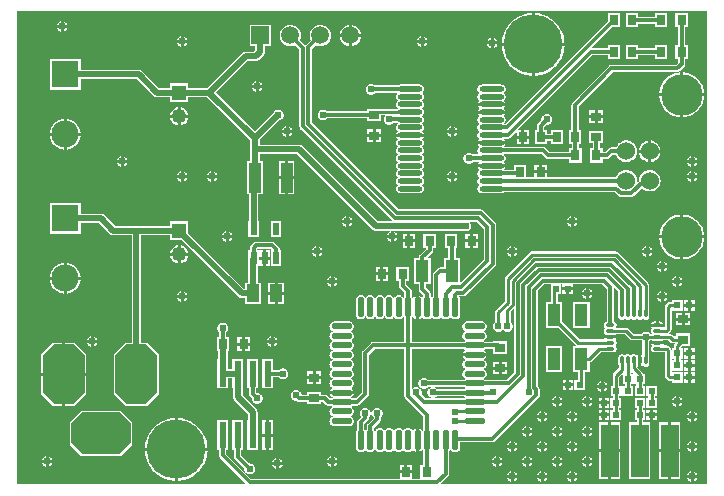
<source format=gtl>
%FSLAX25Y25*%
%MOIN*%
G70*
G01*
G75*
G04 Layer_Physical_Order=1*
G04 Layer_Color=255*
%ADD10R,0.02362X0.08661*%
%ADD11R,0.02362X0.08661*%
%ADD12R,0.02362X0.02362*%
%ADD13R,0.03543X0.02953*%
%ADD14R,0.02953X0.03543*%
%ADD15O,0.02165X0.06890*%
%ADD16O,0.06890X0.02165*%
%ADD17R,0.04134X0.05906*%
%ADD18R,0.02362X0.04134*%
%ADD19R,0.03937X0.09843*%
%ADD20O,0.08268X0.01772*%
%ADD21R,0.02756X0.03543*%
%ADD22R,0.03150X0.03740*%
%ADD23R,0.04331X0.07480*%
%ADD24O,0.03150X0.01181*%
%ADD25O,0.01181X0.03150*%
%ADD26R,0.05906X0.17716*%
%ADD27R,0.04331X0.07480*%
%ADD28C,0.01200*%
%ADD29C,0.01000*%
%ADD30C,0.02000*%
%ADD31C,0.19685*%
%ADD32C,0.04921*%
%ADD33R,0.04921X0.04921*%
%ADD34R,0.09055X0.09055*%
%ADD35C,0.09055*%
G04:AMPARAMS|DCode=36|XSize=196.85mil|YSize=137.8mil|CornerRadius=0mil|HoleSize=0mil|Usage=FLASHONLY|Rotation=270.000|XOffset=0mil|YOffset=0mil|HoleType=Round|Shape=Octagon|*
%AMOCTAGOND36*
4,1,8,-0.03445,-0.09843,0.03445,-0.09843,0.06890,-0.06398,0.06890,0.06398,0.03445,0.09843,-0.03445,0.09843,-0.06890,0.06398,-0.06890,-0.06398,-0.03445,-0.09843,0.0*
%
%ADD36OCTAGOND36*%

G04:AMPARAMS|DCode=37|XSize=196.85mil|YSize=137.8mil|CornerRadius=0mil|HoleSize=0mil|Usage=FLASHONLY|Rotation=0.000|XOffset=0mil|YOffset=0mil|HoleType=Round|Shape=Octagon|*
%AMOCTAGOND37*
4,1,8,0.09843,-0.03445,0.09843,0.03445,0.06398,0.06890,-0.06398,0.06890,-0.09843,0.03445,-0.09843,-0.03445,-0.06398,-0.06890,0.06398,-0.06890,0.09843,-0.03445,0.0*
%
%ADD37OCTAGOND37*%

%ADD38R,0.05906X0.05906*%
%ADD39C,0.05906*%
%ADD40C,0.06000*%
%ADD41C,0.13780*%
%ADD42C,0.02400*%
G36*
X655000Y712500D02*
X566271D01*
X566252Y712546D01*
X568723Y715017D01*
X568723Y715017D01*
X568790Y715100D01*
X568873Y715200D01*
X568984Y715409D01*
X569053Y715635D01*
X569076Y715870D01*
X569076Y715870D01*
Y723537D01*
X569276Y723781D01*
X569420Y724050D01*
X569470D01*
X569614Y723781D01*
X569824Y723525D01*
X570080Y723315D01*
X570373Y723158D01*
X570690Y723062D01*
X571020Y723030D01*
X571349Y723062D01*
X571667Y723158D01*
X571959Y723315D01*
X572215Y723525D01*
X572426Y723781D01*
X572582Y724073D01*
X572678Y724391D01*
X572711Y724720D01*
Y726294D01*
X583394D01*
X583394Y726294D01*
X583629Y726317D01*
X583856Y726386D01*
X584064Y726497D01*
X584247Y726647D01*
X598753Y741153D01*
X598753Y741153D01*
X598820Y741236D01*
X598903Y741336D01*
X599014Y741544D01*
X599083Y741771D01*
X599106Y742006D01*
X599106Y742006D01*
Y743994D01*
X599106Y743994D01*
X599083Y744229D01*
X599014Y744456D01*
X598903Y744664D01*
X598753Y744847D01*
X598506Y745094D01*
Y776755D01*
X600745Y778994D01*
X602750D01*
Y775719D01*
X602863D01*
Y773124D01*
X601207D01*
Y764443D01*
X605488D01*
X611184Y758747D01*
X611370Y758604D01*
X611354Y758557D01*
X610262D01*
Y749876D01*
X611918D01*
Y747281D01*
X610687D01*
Y743719D01*
X614250D01*
Y747281D01*
X614137D01*
Y749876D01*
X615793D01*
Y753117D01*
X616004Y753145D01*
X616193Y753223D01*
X616271Y753256D01*
X616501Y753432D01*
X619523Y756454D01*
X621198D01*
X621408Y756390D01*
X621642Y756367D01*
X623610D01*
X623844Y756390D01*
X624068Y756458D01*
X624275Y756568D01*
X624456Y756717D01*
X624605Y756898D01*
X624716Y757105D01*
X624784Y757330D01*
X624806Y757563D01*
X624784Y757796D01*
X624716Y758021D01*
X624605Y758228D01*
X624456Y758409D01*
X624318Y758522D01*
Y758572D01*
X624456Y758686D01*
X624605Y758867D01*
X624716Y759074D01*
X624784Y759298D01*
X624806Y759531D01*
X624784Y759765D01*
X624716Y759989D01*
X624605Y760196D01*
X624456Y760377D01*
X624318Y760491D01*
Y760541D01*
X624456Y760654D01*
X624605Y760835D01*
X624693Y761000D01*
X620559D01*
X620647Y760835D01*
X620770Y760686D01*
X620748Y760641D01*
X612428D01*
X606738Y766331D01*
Y773124D01*
X605082D01*
Y775719D01*
X606313D01*
Y778994D01*
X606687D01*
Y778000D01*
X610250D01*
Y778994D01*
X620001D01*
X621420Y777574D01*
Y766611D01*
X621408Y766610D01*
X621184Y766542D01*
X620977Y766432D01*
X620796Y766283D01*
X620647Y766102D01*
X620537Y765895D01*
X620468Y765670D01*
X620445Y765437D01*
X620468Y765204D01*
X620537Y764979D01*
X620647Y764772D01*
X620796Y764591D01*
X620934Y764478D01*
Y764428D01*
X620796Y764314D01*
X620647Y764133D01*
X620537Y763926D01*
X620468Y763702D01*
X620445Y763469D01*
X620468Y763235D01*
X620537Y763011D01*
X620647Y762804D01*
X620796Y762623D01*
X620934Y762509D01*
Y762459D01*
X620796Y762346D01*
X620647Y762165D01*
X620559Y762000D01*
X624693D01*
X624605Y762165D01*
X624456Y762346D01*
X624461Y762359D01*
X627572D01*
X629215Y760715D01*
X629445Y760539D01*
X629556Y760493D01*
X629713Y760428D01*
X630000Y760391D01*
X633082D01*
X633221Y760221D01*
X633327Y760134D01*
Y755504D01*
X633282Y755482D01*
X633133Y755605D01*
X632969Y755693D01*
Y753625D01*
Y751559D01*
X633133Y751647D01*
X633314Y751796D01*
X633428Y751934D01*
X633478D01*
X633591Y751796D01*
X633772Y751647D01*
X633979Y751537D01*
X634204Y751468D01*
X634437Y751445D01*
X634670Y751468D01*
X634895Y751537D01*
X635102Y751647D01*
X635283Y751796D01*
X635432Y751977D01*
X635542Y752184D01*
X635610Y752408D01*
X635633Y752642D01*
Y754610D01*
X635610Y754844D01*
X635546Y755054D01*
Y760030D01*
X635779Y760221D01*
X635918Y760391D01*
X636496D01*
X636517Y760345D01*
X636395Y760196D01*
X636307Y760032D01*
X640441D01*
X640353Y760196D01*
X640204Y760377D01*
X640209Y760391D01*
X642040D01*
X642660Y759771D01*
X642890Y759594D01*
X642969Y759562D01*
X643158Y759483D01*
X643445Y759446D01*
X644256D01*
X644275Y759399D01*
X644247Y759371D01*
X644071Y759141D01*
X644038Y759063D01*
X643960Y758874D01*
X643922Y758587D01*
Y757781D01*
X643250D01*
Y754219D01*
X643922D01*
Y753781D01*
X643250D01*
Y750219D01*
X646813D01*
Y753781D01*
X646141D01*
Y754219D01*
X646813D01*
Y757781D01*
X646141D01*
Y758127D01*
X646493Y758479D01*
X649372D01*
Y762632D01*
X644628D01*
Y761665D01*
X643904D01*
X643285Y762285D01*
X643055Y762461D01*
X642976Y762493D01*
X642787Y762572D01*
X642500Y762609D01*
X642177D01*
X642161Y762657D01*
X642264Y762736D01*
X642785Y763256D01*
X642785Y763256D01*
X642861Y763356D01*
X642961Y763486D01*
X643039Y763675D01*
X643072Y763754D01*
X643076Y763787D01*
X643110Y764041D01*
X643110Y764041D01*
Y770891D01*
X643250D01*
Y770219D01*
X646813D01*
Y773781D01*
X643250D01*
Y773109D01*
X642500D01*
X642500Y773109D01*
X642246Y773076D01*
X642213Y773072D01*
X641945Y772961D01*
X641715Y772785D01*
X641216Y772285D01*
X641039Y772055D01*
X641007Y771976D01*
X640928Y771787D01*
X640891Y771500D01*
Y764630D01*
X640295D01*
X640273Y764675D01*
X640353Y764772D01*
X640441Y764937D01*
X636307D01*
X636395Y764772D01*
X636544Y764591D01*
X636682Y764478D01*
Y764428D01*
X636544Y764314D01*
X636395Y764133D01*
X636284Y763926D01*
X636216Y763702D01*
X636194Y763469D01*
X636216Y763235D01*
X636284Y763011D01*
X636395Y762804D01*
X636517Y762655D01*
X636496Y762609D01*
X635918D01*
X635779Y762779D01*
X635505Y763004D01*
X635192Y763171D01*
X634853Y763274D01*
X634500Y763309D01*
X634147Y763274D01*
X633808Y763171D01*
X633495Y763004D01*
X633221Y762779D01*
X633082Y762609D01*
X630460D01*
X628816Y764253D01*
X628586Y764429D01*
X628319Y764540D01*
X628031Y764578D01*
X624504D01*
X624482Y764623D01*
X624605Y764772D01*
X624716Y764979D01*
X624784Y765204D01*
X624806Y765437D01*
X624784Y765670D01*
X624716Y765895D01*
X624605Y766102D01*
X624456Y766283D01*
X624275Y766432D01*
X624068Y766542D01*
X623844Y766610D01*
X623832Y766611D01*
Y777961D01*
X623878Y777980D01*
X625357Y776501D01*
Y769374D01*
X625367Y769278D01*
Y768390D01*
X625390Y768156D01*
X625458Y767932D01*
X625568Y767725D01*
X625717Y767544D01*
X625898Y767395D01*
X626105Y767284D01*
X626330Y767216D01*
X626563Y767194D01*
X626796Y767216D01*
X627021Y767284D01*
X627228Y767395D01*
X627409Y767544D01*
X627522Y767682D01*
X627572D01*
X627686Y767544D01*
X627867Y767395D01*
X628074Y767284D01*
X628298Y767216D01*
X628532Y767194D01*
X628765Y767216D01*
X628989Y767284D01*
X629196Y767395D01*
X629377Y767544D01*
X629491Y767682D01*
X629541D01*
X629654Y767544D01*
X629835Y767395D01*
X630042Y767284D01*
X630267Y767216D01*
X630500Y767194D01*
X630733Y767216D01*
X630958Y767284D01*
X631165Y767395D01*
X631346Y767544D01*
X631459Y767682D01*
X631509D01*
X631623Y767544D01*
X631804Y767395D01*
X632011Y767284D01*
X632235Y767216D01*
X632469Y767194D01*
X632702Y767216D01*
X632926Y767284D01*
X633133Y767395D01*
X633314Y767544D01*
X633428Y767682D01*
X633478D01*
X633591Y767544D01*
X633772Y767395D01*
X633979Y767284D01*
X634204Y767216D01*
X634437Y767194D01*
X634670Y767216D01*
X634895Y767284D01*
X635102Y767395D01*
X635283Y767544D01*
X635432Y767725D01*
X635542Y767932D01*
X635610Y768156D01*
X635633Y768390D01*
Y770358D01*
X635610Y770592D01*
X635546Y770802D01*
Y778884D01*
X635509Y779171D01*
X635398Y779439D01*
X635221Y779669D01*
X625206Y789684D01*
X624976Y789861D01*
X624897Y789893D01*
X624708Y789972D01*
X624421Y790009D01*
X596642D01*
X596355Y789972D01*
X596166Y789893D01*
X596087Y789861D01*
X595857Y789684D01*
X587816Y781643D01*
X587639Y781413D01*
X587607Y781334D01*
X587528Y781145D01*
X587491Y780858D01*
Y773322D01*
X584616Y770447D01*
X584439Y770218D01*
X584407Y770139D01*
X584328Y769950D01*
X584291Y769663D01*
Y766418D01*
X584121Y766279D01*
X583896Y766005D01*
X583729Y765692D01*
X583626Y765353D01*
X583591Y765000D01*
X583626Y764647D01*
X583729Y764308D01*
X583896Y763995D01*
X584121Y763721D01*
X584395Y763496D01*
X584708Y763329D01*
X585047Y763226D01*
X585400Y763191D01*
X585753Y763226D01*
X586092Y763329D01*
X586405Y763496D01*
X586679Y763721D01*
X586875Y763960D01*
X586925D01*
X587121Y763721D01*
X587395Y763496D01*
X587708Y763329D01*
X588047Y763226D01*
X588400Y763191D01*
X588753Y763226D01*
X589092Y763329D01*
X589405Y763496D01*
X589679Y763721D01*
X589904Y763995D01*
X590071Y764308D01*
X590174Y764647D01*
X590209Y765000D01*
X590174Y765353D01*
X590071Y765692D01*
X589904Y766005D01*
X589679Y766279D01*
X589509Y766418D01*
Y769940D01*
X590648Y771079D01*
X590694Y771060D01*
Y749645D01*
X588334Y747285D01*
X580963D01*
X580719Y747485D01*
X580427Y747641D01*
Y747666D01*
X580719Y747823D01*
X580975Y748033D01*
X581185Y748289D01*
X581342Y748581D01*
X581438Y748899D01*
X581470Y749228D01*
X581438Y749558D01*
X581342Y749875D01*
X581185Y750168D01*
X580975Y750424D01*
X580719Y750634D01*
X580427Y750790D01*
Y750816D01*
X580719Y750972D01*
X580975Y751182D01*
X581185Y751439D01*
X581342Y751731D01*
X581438Y752048D01*
X581470Y752378D01*
X581438Y752708D01*
X581342Y753025D01*
X581185Y753317D01*
X580975Y753574D01*
X580719Y753784D01*
X580427Y753940D01*
Y753966D01*
X580719Y754122D01*
X580975Y754332D01*
X581185Y754588D01*
X581342Y754881D01*
X581386Y755028D01*
X573448D01*
X573493Y754881D01*
X573649Y754588D01*
X573860Y754332D01*
X574116Y754122D01*
X574385Y753978D01*
Y753928D01*
X574116Y753784D01*
X573860Y753574D01*
X573649Y753317D01*
X573493Y753025D01*
X573397Y752708D01*
X573364Y752378D01*
X573397Y752048D01*
X573493Y751731D01*
X573649Y751439D01*
X573860Y751182D01*
X574116Y750972D01*
X574385Y750828D01*
Y750778D01*
X574116Y750634D01*
X573860Y750424D01*
X573649Y750168D01*
X573493Y749875D01*
X573397Y749558D01*
X573364Y749228D01*
X573397Y748899D01*
X573493Y748581D01*
X573649Y748289D01*
X573860Y748033D01*
X574116Y747823D01*
X574385Y747679D01*
Y747628D01*
X574116Y747485D01*
X573872Y747285D01*
X561772D01*
X561505Y747504D01*
X561192Y747671D01*
X560853Y747774D01*
X560500Y747809D01*
X560147Y747774D01*
X559808Y747671D01*
X559495Y747504D01*
X559221Y747279D01*
X558996Y747005D01*
X558829Y746692D01*
X558726Y746353D01*
X558691Y746000D01*
X558726Y745647D01*
X558829Y745308D01*
X558996Y744995D01*
X559221Y744721D01*
X559495Y744496D01*
X559808Y744329D01*
X560147Y744226D01*
X560500Y744191D01*
X560853Y744226D01*
X561192Y744329D01*
X561505Y744496D01*
X561779Y744721D01*
X561904Y744873D01*
X573872D01*
X574116Y744673D01*
X574385Y744529D01*
Y744479D01*
X574116Y744335D01*
X573872Y744135D01*
X564897D01*
X564779Y744279D01*
X564505Y744504D01*
X564192Y744671D01*
X563853Y744774D01*
X563500Y744809D01*
X563147Y744774D01*
X562808Y744671D01*
X562495Y744504D01*
X562221Y744279D01*
X561996Y744005D01*
X561829Y743692D01*
X561726Y743353D01*
X561691Y743000D01*
X561726Y742647D01*
X561829Y742308D01*
X561996Y741995D01*
X562221Y741721D01*
X562495Y741496D01*
X562808Y741329D01*
X563147Y741226D01*
X563500Y741191D01*
X563853Y741226D01*
X564192Y741329D01*
X564505Y741496D01*
X564779Y741721D01*
X564781Y741723D01*
X573872D01*
X574116Y741523D01*
X574385Y741379D01*
Y741329D01*
X574116Y741185D01*
X573872Y740985D01*
X561220D01*
X559724Y742482D01*
X559774Y742647D01*
X559809Y743000D01*
X559774Y743353D01*
X559671Y743692D01*
X559504Y744005D01*
X559279Y744279D01*
X559005Y744504D01*
X558692Y744671D01*
X558353Y744774D01*
X558000Y744809D01*
X557647Y744774D01*
X557308Y744671D01*
X556995Y744504D01*
X556721Y744279D01*
X556525Y744039D01*
X556477Y744056D01*
Y757471D01*
X573872D01*
X574116Y757271D01*
X574385Y757127D01*
Y757077D01*
X574116Y756933D01*
X573860Y756723D01*
X573649Y756467D01*
X573493Y756175D01*
X573448Y756028D01*
X581386D01*
X581342Y756175D01*
X581185Y756467D01*
X580975Y756723D01*
X580719Y756933D01*
X580427Y757090D01*
Y757115D01*
X580719Y757271D01*
X580963Y757471D01*
X583628D01*
Y755868D01*
X588372D01*
Y760021D01*
X583628D01*
Y759883D01*
X580963D01*
X580719Y760083D01*
X580427Y760239D01*
Y760265D01*
X580719Y760421D01*
X580975Y760631D01*
X581185Y760887D01*
X581342Y761180D01*
X581438Y761497D01*
X581470Y761827D01*
X581438Y762157D01*
X581342Y762474D01*
X581185Y762766D01*
X580975Y763022D01*
X580719Y763233D01*
X580427Y763389D01*
Y763414D01*
X580719Y763570D01*
X580975Y763781D01*
X581185Y764037D01*
X581342Y764329D01*
X581438Y764646D01*
X581470Y764976D01*
X581438Y765306D01*
X581342Y765623D01*
X581185Y765916D01*
X580975Y766172D01*
X580719Y766382D01*
X580427Y766538D01*
X580109Y766635D01*
X579779Y766667D01*
X575055D01*
X574725Y766635D01*
X574408Y766538D01*
X574116Y766382D01*
X573860Y766172D01*
X573649Y765916D01*
X573493Y765623D01*
X573397Y765306D01*
X573364Y764976D01*
X573397Y764646D01*
X573493Y764329D01*
X573649Y764037D01*
X573860Y763781D01*
X574116Y763570D01*
X574385Y763427D01*
Y763377D01*
X574116Y763233D01*
X573860Y763022D01*
X573649Y762766D01*
X573493Y762474D01*
X573397Y762157D01*
X573364Y761827D01*
X573397Y761497D01*
X573493Y761180D01*
X573649Y760887D01*
X573860Y760631D01*
X574116Y760421D01*
X574385Y760277D01*
Y760227D01*
X574116Y760083D01*
X573872Y759883D01*
X556477D01*
Y767829D01*
X556677Y768073D01*
X556821Y768342D01*
X556872D01*
X557015Y768073D01*
X557226Y767816D01*
X557482Y767606D01*
X557774Y767450D01*
X557921Y767405D01*
Y771373D01*
Y775343D01*
X557774Y775298D01*
X557482Y775142D01*
X557226Y774932D01*
X557015Y774676D01*
X556872Y774406D01*
X556821D01*
X556677Y774676D01*
X556477Y774919D01*
Y776728D01*
X556454Y776964D01*
X556402Y777137D01*
X556386Y777190D01*
X556274Y777398D01*
X556207Y777481D01*
X556124Y777581D01*
X556124Y777581D01*
X554651Y779055D01*
Y780128D01*
X555521D01*
Y784872D01*
X551369D01*
Y780128D01*
X552239D01*
Y778555D01*
X552239Y778555D01*
X552262Y778320D01*
X552331Y778094D01*
X552442Y777885D01*
X552592Y777703D01*
X554066Y776229D01*
Y774919D01*
X553866Y774676D01*
X553722Y774406D01*
X553672D01*
X553528Y774676D01*
X553318Y774932D01*
X553061Y775142D01*
X552769Y775298D01*
X552452Y775394D01*
X552122Y775427D01*
X551792Y775394D01*
X551475Y775298D01*
X551183Y775142D01*
X550926Y774932D01*
X550716Y774676D01*
X550572Y774406D01*
X550522D01*
X550378Y774676D01*
X550168Y774932D01*
X549912Y775142D01*
X549619Y775298D01*
X549302Y775394D01*
X548972Y775427D01*
X548643Y775394D01*
X548325Y775298D01*
X548033Y775142D01*
X547777Y774932D01*
X547567Y774676D01*
X547423Y774406D01*
X547373D01*
X547229Y774676D01*
X547018Y774932D01*
X546762Y775142D01*
X546470Y775298D01*
X546153Y775394D01*
X545823Y775427D01*
X545493Y775394D01*
X545176Y775298D01*
X544883Y775142D01*
X544627Y774932D01*
X544417Y774676D01*
X544273Y774406D01*
X544223D01*
X544079Y774676D01*
X543869Y774932D01*
X543613Y775142D01*
X543320Y775298D01*
X543003Y775394D01*
X542673Y775427D01*
X542343Y775394D01*
X542026Y775298D01*
X541734Y775142D01*
X541478Y774932D01*
X541267Y774676D01*
X541123Y774406D01*
X541073D01*
X540930Y774676D01*
X540719Y774932D01*
X540463Y775142D01*
X540171Y775298D01*
X539853Y775394D01*
X539524Y775427D01*
X539194Y775394D01*
X538877Y775298D01*
X538584Y775142D01*
X538328Y774932D01*
X538118Y774676D01*
X537961Y774383D01*
X537865Y774066D01*
X537833Y773736D01*
Y769012D01*
X537865Y768682D01*
X537961Y768365D01*
X538118Y768073D01*
X538328Y767816D01*
X538584Y767606D01*
X538877Y767450D01*
X539194Y767353D01*
X539524Y767321D01*
X539853Y767353D01*
X540171Y767450D01*
X540463Y767606D01*
X540719Y767816D01*
X540930Y768073D01*
X541073Y768342D01*
X541123D01*
X541267Y768073D01*
X541478Y767816D01*
X541734Y767606D01*
X542026Y767450D01*
X542343Y767353D01*
X542673Y767321D01*
X543003Y767353D01*
X543320Y767450D01*
X543613Y767606D01*
X543869Y767816D01*
X544079Y768073D01*
X544223Y768342D01*
X544273D01*
X544417Y768073D01*
X544627Y767816D01*
X544883Y767606D01*
X545176Y767450D01*
X545493Y767353D01*
X545823Y767321D01*
X546153Y767353D01*
X546470Y767450D01*
X546762Y767606D01*
X547018Y767816D01*
X547229Y768073D01*
X547373Y768342D01*
X547423D01*
X547567Y768073D01*
X547777Y767816D01*
X548033Y767606D01*
X548325Y767450D01*
X548643Y767353D01*
X548972Y767321D01*
X549302Y767353D01*
X549619Y767450D01*
X549912Y767606D01*
X550168Y767816D01*
X550378Y768073D01*
X550522Y768342D01*
X550572D01*
X550716Y768073D01*
X550926Y767816D01*
X551183Y767606D01*
X551475Y767450D01*
X551792Y767353D01*
X552122Y767321D01*
X552452Y767353D01*
X552769Y767450D01*
X553061Y767606D01*
X553318Y767816D01*
X553528Y768073D01*
X553672Y768342D01*
X553722D01*
X553866Y768073D01*
X554066Y767829D01*
Y759883D01*
X543677D01*
X543442Y759860D01*
X543216Y759791D01*
X543007Y759680D01*
X542825Y759530D01*
X540147Y756853D01*
X539997Y756670D01*
X539886Y756461D01*
X539817Y756235D01*
X539794Y756000D01*
X539794Y756000D01*
Y743000D01*
X537780Y740985D01*
X536671D01*
X536427Y741185D01*
X536135Y741342D01*
Y741367D01*
X536427Y741523D01*
X536684Y741734D01*
X536894Y741990D01*
X537050Y742282D01*
X537095Y742429D01*
X529157D01*
X529202Y742282D01*
X529358Y741990D01*
X529568Y741734D01*
X529824Y741523D01*
X530094Y741379D01*
Y741329D01*
X529824Y741185D01*
X529581Y740985D01*
X529220D01*
X528298Y741908D01*
X528115Y742058D01*
X527906Y742169D01*
X527680Y742238D01*
X527445Y742261D01*
X527445Y742261D01*
X526372D01*
Y743131D01*
X521628D01*
Y742261D01*
X519783D01*
X519774Y742353D01*
X519671Y742692D01*
X519504Y743005D01*
X519279Y743279D01*
X519005Y743504D01*
X518692Y743671D01*
X518353Y743774D01*
X518000Y743809D01*
X517647Y743774D01*
X517308Y743671D01*
X516995Y743504D01*
X516721Y743279D01*
X516496Y743005D01*
X516329Y742692D01*
X516226Y742353D01*
X516191Y742000D01*
X516226Y741647D01*
X516329Y741308D01*
X516496Y740995D01*
X516721Y740721D01*
X516995Y740496D01*
X517308Y740329D01*
X517647Y740226D01*
X518000Y740191D01*
X518094Y740201D01*
X518275Y740053D01*
D01*
D01*
Y740053D01*
X518275Y740053D01*
D01*
D01*
X518275D01*
X518275Y740053D01*
D01*
X518275D01*
Y740053D01*
X518483Y739941D01*
X518536Y739925D01*
X518710Y739873D01*
X518945Y739849D01*
X521628D01*
Y738979D01*
X526372D01*
Y739849D01*
X526945D01*
X527868Y738927D01*
X527868Y738927D01*
X528051Y738777D01*
D01*
D01*
Y738777D01*
X528051Y738777D01*
D01*
D01*
X528051D01*
X528051Y738777D01*
D01*
X528051D01*
Y738777D01*
X528259Y738665D01*
X528485Y738597D01*
X528721Y738574D01*
X528721Y738574D01*
X529581D01*
X529824Y738374D01*
X530094Y738230D01*
Y738180D01*
X529824Y738036D01*
X529568Y737825D01*
X529358Y737569D01*
X529202Y737277D01*
X529106Y736960D01*
X529073Y736630D01*
X529106Y736300D01*
X529202Y735983D01*
X529358Y735691D01*
X529568Y735434D01*
X529824Y735224D01*
X530094Y735080D01*
Y735030D01*
X529824Y734886D01*
X529568Y734676D01*
X529358Y734420D01*
X529202Y734127D01*
X529106Y733810D01*
X529073Y733480D01*
X529106Y733150D01*
X529202Y732833D01*
X529358Y732541D01*
X529568Y732285D01*
X529824Y732074D01*
X530117Y731918D01*
X530434Y731822D01*
X530764Y731789D01*
X535488D01*
X535818Y731822D01*
X536135Y731918D01*
X536427Y732074D01*
X536684Y732285D01*
X536894Y732541D01*
X537050Y732833D01*
X537147Y733150D01*
X537179Y733480D01*
X537147Y733810D01*
X537050Y734127D01*
X536894Y734420D01*
X536684Y734676D01*
X536427Y734886D01*
X536135Y735042D01*
Y735068D01*
X536427Y735224D01*
X536684Y735434D01*
X536894Y735691D01*
X537050Y735983D01*
X537147Y736300D01*
X537179Y736630D01*
X537147Y736960D01*
X537050Y737277D01*
X536894Y737569D01*
X536684Y737825D01*
X536427Y738036D01*
X536135Y738192D01*
Y738217D01*
X536427Y738374D01*
X536671Y738574D01*
X538279D01*
X538279Y738574D01*
X538515Y738597D01*
X538741Y738665D01*
X538949Y738777D01*
X539132Y738927D01*
X541853Y741647D01*
X541853Y741647D01*
X541920Y741730D01*
X542003Y741830D01*
X542114Y742039D01*
X542183Y742265D01*
X542206Y742500D01*
X542206Y742500D01*
Y755501D01*
X544177Y757471D01*
X554066D01*
Y741728D01*
X554066Y741728D01*
X554089Y741493D01*
X554158Y741267D01*
X554269Y741058D01*
X554419Y740876D01*
X560365Y734930D01*
Y730628D01*
X560165Y730384D01*
X560021Y730115D01*
X559971D01*
X559827Y730384D01*
X559617Y730641D01*
X559361Y730851D01*
X559068Y731007D01*
X558921Y731052D01*
Y727082D01*
Y723114D01*
X559068Y723158D01*
X559361Y723315D01*
X559617Y723525D01*
X559827Y723781D01*
X559971Y724050D01*
X560021D01*
X560165Y723781D01*
X560365Y723537D01*
Y718872D01*
X559369D01*
Y714206D01*
X556632D01*
Y716000D01*
X552479D01*
Y714206D01*
X502999D01*
X494706Y722500D01*
Y723833D01*
X495281D01*
Y733695D01*
X491719D01*
Y723833D01*
X492294D01*
Y722000D01*
X492294Y722000D01*
X492317Y721765D01*
X492386Y721539D01*
X492497Y721330D01*
X492647Y721147D01*
X501249Y712546D01*
X501229Y712500D01*
X425000D01*
Y870000D01*
X655000D01*
Y712500D01*
D02*
G37*
%LPC*%
G36*
X622313Y741281D02*
X621032D01*
Y740000D01*
X622313D01*
Y741281D01*
D02*
G37*
G36*
X620031D02*
X618750D01*
Y740000D01*
X620031D01*
Y741281D01*
D02*
G37*
G36*
X604500Y741729D02*
X604308Y741671D01*
X603995Y741504D01*
X603721Y741279D01*
X603496Y741005D01*
X603329Y740692D01*
X603271Y740500D01*
X604500D01*
Y741729D01*
D02*
G37*
G36*
X614500D02*
X614308Y741671D01*
X613995Y741504D01*
X613721Y741279D01*
X613496Y741005D01*
X613329Y740692D01*
X613271Y740500D01*
X614500D01*
Y741729D01*
D02*
G37*
G36*
X605500D02*
Y740500D01*
X606729D01*
X606671Y740692D01*
X606504Y741005D01*
X606279Y741279D01*
X606005Y741504D01*
X605692Y741671D01*
X605500Y741729D01*
D02*
G37*
G36*
X505281Y754167D02*
X501719D01*
Y744306D01*
X502294D01*
Y742500D01*
X502294Y742500D01*
X502317Y742265D01*
X502386Y742039D01*
X502497Y741830D01*
X502647Y741647D01*
X503201Y741094D01*
X503191Y741000D01*
X503226Y740647D01*
X503329Y740308D01*
X503496Y739995D01*
X503721Y739721D01*
X503995Y739496D01*
X504308Y739329D01*
X504647Y739226D01*
X505000Y739191D01*
X505353Y739226D01*
X505692Y739329D01*
X506005Y739496D01*
X506279Y739721D01*
X506504Y739995D01*
X506671Y740308D01*
X506774Y740647D01*
X506809Y741000D01*
X506774Y741353D01*
X506671Y741692D01*
X506504Y742005D01*
X506279Y742279D01*
X506005Y742504D01*
X505692Y742671D01*
X505353Y742774D01*
X505000Y742809D01*
X504906Y742799D01*
X504706Y743000D01*
Y744306D01*
X505281D01*
Y754167D01*
D02*
G37*
G36*
X646729Y739500D02*
X645500D01*
Y738271D01*
X645692Y738329D01*
X646005Y738496D01*
X646279Y738721D01*
X646504Y738995D01*
X646671Y739308D01*
X646729Y739500D01*
D02*
G37*
G36*
X644500D02*
X643271D01*
X643329Y739308D01*
X643496Y738995D01*
X643721Y738721D01*
X643995Y738496D01*
X644308Y738329D01*
X644500Y738271D01*
Y739500D01*
D02*
G37*
G36*
X440028Y748500D02*
X433038D01*
Y742302D01*
X436783Y738557D01*
X440028D01*
Y748500D01*
D02*
G37*
G36*
X616729Y739500D02*
X615500D01*
Y738271D01*
X615692Y738329D01*
X616005Y738496D01*
X616279Y738721D01*
X616504Y738995D01*
X616671Y739308D01*
X616729Y739500D01*
D02*
G37*
G36*
X448017Y748500D02*
X441028D01*
Y738557D01*
X444273D01*
X448017Y742302D01*
Y748500D01*
D02*
G37*
G36*
X615500Y741729D02*
Y740500D01*
X616729D01*
X616671Y740692D01*
X616504Y741005D01*
X616279Y741279D01*
X616005Y741504D01*
X615692Y741671D01*
X615500Y741729D01*
D02*
G37*
G36*
X619500Y746729D02*
X619308Y746671D01*
X618995Y746504D01*
X618721Y746279D01*
X618496Y746005D01*
X618329Y745692D01*
X618271Y745500D01*
X619500D01*
Y746729D01*
D02*
G37*
G36*
X610313Y745000D02*
X609031D01*
Y743719D01*
X610313D01*
Y745000D01*
D02*
G37*
G36*
X620500Y746729D02*
Y745500D01*
X621729D01*
X621671Y745692D01*
X621504Y746005D01*
X621279Y746279D01*
X621005Y746504D01*
X620692Y746671D01*
X620500Y746729D01*
D02*
G37*
G36*
X526372Y747445D02*
X524500D01*
Y745868D01*
X526372D01*
Y747445D01*
D02*
G37*
G36*
X523500D02*
X521628D01*
Y745868D01*
X523500D01*
Y747445D01*
D02*
G37*
G36*
X608032Y745000D02*
X606750D01*
Y743719D01*
X608032D01*
Y745000D01*
D02*
G37*
G36*
X645500Y741729D02*
Y740500D01*
X646729D01*
X646671Y740692D01*
X646504Y741005D01*
X646279Y741279D01*
X646005Y741504D01*
X645692Y741671D01*
X645500Y741729D01*
D02*
G37*
G36*
X644500D02*
X644308Y741671D01*
X643995Y741504D01*
X643721Y741279D01*
X643496Y741005D01*
X643329Y740692D01*
X643271Y740500D01*
X644500D01*
Y741729D01*
D02*
G37*
G36*
X619500Y744500D02*
X618271D01*
X618329Y744308D01*
X618496Y743995D01*
X618721Y743721D01*
X618995Y743496D01*
X619308Y743329D01*
X619500Y743271D01*
Y744500D01*
D02*
G37*
G36*
X535488Y766667D02*
X530764D01*
X530434Y766635D01*
X530117Y766538D01*
X529824Y766382D01*
X529568Y766172D01*
X529358Y765916D01*
X529202Y765623D01*
X529106Y765306D01*
X529073Y764976D01*
X529106Y764646D01*
X529202Y764329D01*
X529358Y764037D01*
X529568Y763781D01*
X529824Y763570D01*
X530094Y763427D01*
Y763377D01*
X529824Y763233D01*
X529568Y763022D01*
X529358Y762766D01*
X529202Y762474D01*
X529106Y762157D01*
X529073Y761827D01*
X529106Y761497D01*
X529202Y761180D01*
X529358Y760887D01*
X529568Y760631D01*
X529824Y760421D01*
X530094Y760277D01*
Y760227D01*
X529824Y760083D01*
X529568Y759873D01*
X529358Y759617D01*
X529202Y759324D01*
X529106Y759007D01*
X529073Y758677D01*
X529106Y758347D01*
X529202Y758030D01*
X529358Y757738D01*
X529568Y757482D01*
X529824Y757271D01*
X530094Y757127D01*
Y757077D01*
X529824Y756933D01*
X529568Y756723D01*
X529358Y756467D01*
X529202Y756175D01*
X529106Y755857D01*
X529073Y755528D01*
X529106Y755198D01*
X529202Y754881D01*
X529358Y754588D01*
X529568Y754332D01*
X529824Y754122D01*
X530094Y753978D01*
Y753928D01*
X529824Y753784D01*
X529568Y753574D01*
X529358Y753317D01*
X529202Y753025D01*
X529106Y752708D01*
X529073Y752378D01*
X529106Y752048D01*
X529202Y751731D01*
X529358Y751439D01*
X529568Y751182D01*
X529824Y750972D01*
X530094Y750828D01*
Y750778D01*
X529824Y750634D01*
X529568Y750424D01*
X529358Y750168D01*
X529202Y749875D01*
X529106Y749558D01*
X529073Y749228D01*
X529106Y748899D01*
X529202Y748581D01*
X529358Y748289D01*
X529568Y748033D01*
X529824Y747823D01*
X530094Y747679D01*
Y747628D01*
X529824Y747485D01*
X529568Y747274D01*
X529358Y747018D01*
X529202Y746726D01*
X529106Y746409D01*
X529073Y746079D01*
X529106Y745749D01*
X529202Y745432D01*
X529358Y745139D01*
X529568Y744883D01*
X529824Y744673D01*
X530094Y744529D01*
Y744479D01*
X529824Y744335D01*
X529568Y744125D01*
X529358Y743868D01*
X529202Y743576D01*
X529157Y743429D01*
X537095D01*
X537050Y743576D01*
X536894Y743868D01*
X536684Y744125D01*
X536427Y744335D01*
X536135Y744491D01*
Y744517D01*
X536427Y744673D01*
X536684Y744883D01*
X536894Y745139D01*
X537050Y745432D01*
X537147Y745749D01*
X537179Y746079D01*
X537147Y746409D01*
X537050Y746726D01*
X536894Y747018D01*
X536684Y747274D01*
X536427Y747485D01*
X536135Y747641D01*
Y747666D01*
X536427Y747823D01*
X536684Y748033D01*
X536894Y748289D01*
X537050Y748581D01*
X537147Y748899D01*
X537179Y749228D01*
X537147Y749558D01*
X537050Y749875D01*
X536894Y750168D01*
X536684Y750424D01*
X536427Y750634D01*
X536135Y750790D01*
Y750816D01*
X536427Y750972D01*
X536684Y751182D01*
X536894Y751439D01*
X537050Y751731D01*
X537147Y752048D01*
X537179Y752378D01*
X537147Y752708D01*
X537050Y753025D01*
X536894Y753317D01*
X536684Y753574D01*
X536427Y753784D01*
X536135Y753940D01*
Y753966D01*
X536427Y754122D01*
X536684Y754332D01*
X536894Y754588D01*
X537050Y754881D01*
X537147Y755198D01*
X537179Y755528D01*
X537147Y755857D01*
X537050Y756175D01*
X536894Y756467D01*
X536684Y756723D01*
X536427Y756933D01*
X536135Y757090D01*
Y757115D01*
X536427Y757271D01*
X536684Y757482D01*
X536894Y757738D01*
X537050Y758030D01*
X537147Y758347D01*
X537179Y758677D01*
X537147Y759007D01*
X537050Y759324D01*
X536894Y759617D01*
X536684Y759873D01*
X536427Y760083D01*
X536135Y760239D01*
Y760265D01*
X536427Y760421D01*
X536684Y760631D01*
X536894Y760887D01*
X537050Y761180D01*
X537147Y761497D01*
X537179Y761827D01*
X537147Y762157D01*
X537050Y762474D01*
X536894Y762766D01*
X536684Y763022D01*
X536427Y763233D01*
X536135Y763389D01*
Y763414D01*
X536427Y763570D01*
X536684Y763781D01*
X536894Y764037D01*
X537050Y764329D01*
X537147Y764646D01*
X537179Y764976D01*
X537147Y765306D01*
X537050Y765623D01*
X536894Y765916D01*
X536684Y766172D01*
X536427Y766382D01*
X536135Y766538D01*
X535818Y766635D01*
X535488Y766667D01*
D02*
G37*
G36*
X621729Y744500D02*
X620500D01*
Y743271D01*
X620692Y743329D01*
X621005Y743496D01*
X621279Y743721D01*
X621504Y743995D01*
X621671Y744308D01*
X621729Y744500D01*
D02*
G37*
G36*
X614500Y739500D02*
X613271D01*
X613329Y739308D01*
X613496Y738995D01*
X613721Y738721D01*
X613995Y738496D01*
X614308Y738329D01*
X614500Y738271D01*
Y739500D01*
D02*
G37*
G36*
X638250Y735000D02*
X636969D01*
Y733719D01*
X638250D01*
Y735000D01*
D02*
G37*
G36*
X635968D02*
X634687D01*
Y733719D01*
X635968D01*
Y735000D01*
D02*
G37*
G36*
X599500Y736729D02*
X599308Y736671D01*
X598995Y736504D01*
X598721Y736279D01*
X598496Y736005D01*
X598329Y735692D01*
X598271Y735500D01*
X599500D01*
Y736729D01*
D02*
G37*
G36*
X609500D02*
X609308Y736671D01*
X608995Y736504D01*
X608721Y736279D01*
X608496Y736005D01*
X608329Y735692D01*
X608271Y735500D01*
X609500D01*
Y736729D01*
D02*
G37*
G36*
X600500D02*
Y735500D01*
X601729D01*
X601671Y735692D01*
X601504Y736005D01*
X601279Y736279D01*
X601005Y736504D01*
X600692Y736671D01*
X600500Y736729D01*
D02*
G37*
G36*
X622313Y735000D02*
X621032D01*
Y733719D01*
X622313D01*
Y735000D01*
D02*
G37*
G36*
X611729Y734500D02*
X610500D01*
Y733271D01*
X610692Y733329D01*
X611005Y733496D01*
X611279Y733721D01*
X611504Y733995D01*
X611671Y734308D01*
X611729Y734500D01*
D02*
G37*
G36*
X609500D02*
X608271D01*
X608329Y734308D01*
X608496Y733995D01*
X608721Y733721D01*
X608995Y733496D01*
X609308Y733329D01*
X609500Y733271D01*
Y734500D01*
D02*
G37*
G36*
X649500D02*
X648271D01*
X648329Y734308D01*
X648496Y733995D01*
X648721Y733721D01*
X648995Y733496D01*
X649308Y733329D01*
X649500Y733271D01*
Y734500D01*
D02*
G37*
G36*
X620031Y735000D02*
X618750D01*
Y733719D01*
X620031D01*
Y735000D01*
D02*
G37*
G36*
X651729Y734500D02*
X650500D01*
Y733271D01*
X650692Y733329D01*
X651005Y733496D01*
X651279Y733721D01*
X651504Y733995D01*
X651671Y734308D01*
X651729Y734500D01*
D02*
G37*
G36*
X610500Y736729D02*
Y735500D01*
X611729D01*
X611671Y735692D01*
X611504Y736005D01*
X611279Y736279D01*
X611005Y736504D01*
X610692Y736671D01*
X610500Y736729D01*
D02*
G37*
G36*
X622313Y739000D02*
X621032D01*
Y737719D01*
X622313D01*
Y739000D01*
D02*
G37*
G36*
X620031D02*
X618750D01*
Y737719D01*
X620031D01*
Y739000D01*
D02*
G37*
G36*
X638250Y745281D02*
X634687D01*
Y741719D01*
X635359D01*
Y741281D01*
X634687D01*
Y737719D01*
X638250D01*
Y741281D01*
X637578D01*
Y741719D01*
X638250D01*
Y745281D01*
D02*
G37*
G36*
X606729Y739500D02*
X605500D01*
Y738271D01*
X605692Y738329D01*
X606005Y738496D01*
X606279Y738721D01*
X606504Y738995D01*
X606671Y739308D01*
X606729Y739500D01*
D02*
G37*
G36*
X604500D02*
X603271D01*
X603329Y739308D01*
X603496Y738995D01*
X603721Y738721D01*
X603995Y738496D01*
X604308Y738329D01*
X604500Y738271D01*
Y739500D01*
D02*
G37*
G36*
X638250Y737281D02*
X636969D01*
Y736000D01*
X638250D01*
Y737281D01*
D02*
G37*
G36*
X650500Y736729D02*
Y735500D01*
X651729D01*
X651671Y735692D01*
X651504Y736005D01*
X651279Y736279D01*
X651005Y736504D01*
X650692Y736671D01*
X650500Y736729D01*
D02*
G37*
G36*
X649500D02*
X649308Y736671D01*
X648995Y736504D01*
X648721Y736279D01*
X648496Y736005D01*
X648329Y735692D01*
X648271Y735500D01*
X649500D01*
Y736729D01*
D02*
G37*
G36*
X620031Y737281D02*
X618750D01*
Y736000D01*
X620031D01*
Y737281D01*
D02*
G37*
G36*
X635968D02*
X634687D01*
Y736000D01*
X635968D01*
Y737281D01*
D02*
G37*
G36*
X622313D02*
X621032D01*
Y736000D01*
X622313D01*
Y737281D01*
D02*
G37*
G36*
X608032Y747281D02*
X606750D01*
Y746000D01*
X608032D01*
Y747281D01*
D02*
G37*
G36*
X499945Y761372D02*
X498369D01*
Y759500D01*
X499945D01*
Y761372D01*
D02*
G37*
G36*
X511729Y759500D02*
X510500D01*
Y758271D01*
X510692Y758329D01*
X511005Y758496D01*
X511279Y758721D01*
X511504Y758995D01*
X511671Y759308D01*
X511729Y759500D01*
D02*
G37*
G36*
X502521Y761372D02*
X500945D01*
Y759500D01*
X502521D01*
Y761372D01*
D02*
G37*
G36*
X450500Y761729D02*
Y760500D01*
X451729D01*
X451671Y760692D01*
X451504Y761005D01*
X451279Y761279D01*
X451005Y761504D01*
X450692Y761671D01*
X450500Y761729D01*
D02*
G37*
G36*
X449500D02*
X449308Y761671D01*
X448995Y761504D01*
X448721Y761279D01*
X448496Y761005D01*
X448329Y760692D01*
X448271Y760500D01*
X449500D01*
Y761729D01*
D02*
G37*
G36*
X509500Y759500D02*
X508271D01*
X508329Y759308D01*
X508496Y758995D01*
X508721Y758721D01*
X508995Y758496D01*
X509308Y758329D01*
X509500Y758271D01*
Y759500D01*
D02*
G37*
G36*
X499945Y758500D02*
X498369D01*
Y756628D01*
X499945D01*
Y758500D01*
D02*
G37*
G36*
X650750Y757781D02*
X649469D01*
Y756500D01*
X650750D01*
Y757781D01*
D02*
G37*
G36*
X502521Y758500D02*
X500945D01*
Y756628D01*
X502521D01*
Y758500D01*
D02*
G37*
G36*
X451729Y759500D02*
X450500D01*
Y758271D01*
X450692Y758329D01*
X451005Y758496D01*
X451279Y758721D01*
X451504Y758995D01*
X451671Y759308D01*
X451729Y759500D01*
D02*
G37*
G36*
X449500D02*
X448271D01*
X448329Y759308D01*
X448496Y758995D01*
X448721Y758721D01*
X448995Y758496D01*
X449308Y758329D01*
X449500Y758271D01*
Y759500D01*
D02*
G37*
G36*
X509500Y761729D02*
X509308Y761671D01*
X508995Y761504D01*
X508721Y761279D01*
X508496Y761005D01*
X508329Y760692D01*
X508271Y760500D01*
X509500D01*
Y761729D01*
D02*
G37*
G36*
X649372Y769521D02*
X647500D01*
Y767945D01*
X649372D01*
Y769521D01*
D02*
G37*
G36*
X646500D02*
X644628D01*
Y767945D01*
X646500D01*
Y769521D01*
D02*
G37*
G36*
X648468Y771500D02*
X647187D01*
Y770219D01*
X648468D01*
Y771500D01*
D02*
G37*
G36*
X510839Y775500D02*
X508672D01*
Y772447D01*
X510839D01*
Y775500D01*
D02*
G37*
G36*
X650750Y771500D02*
X649469D01*
Y770219D01*
X650750D01*
Y771500D01*
D02*
G37*
G36*
X639358Y766633D02*
X638874D01*
Y765937D01*
X640441D01*
X640353Y766102D01*
X640204Y766283D01*
X640023Y766432D01*
X639816Y766542D01*
X639592Y766610D01*
X639358Y766633D01*
D02*
G37*
G36*
X615793Y773124D02*
X610262D01*
Y764443D01*
X615793D01*
Y773124D01*
D02*
G37*
G36*
X510500Y761729D02*
Y760500D01*
X511729D01*
X511671Y760692D01*
X511504Y761005D01*
X511279Y761279D01*
X511005Y761504D01*
X510692Y761671D01*
X510500Y761729D01*
D02*
G37*
G36*
X646500Y766945D02*
X644628D01*
Y765369D01*
X646500D01*
Y766945D01*
D02*
G37*
G36*
X637874Y766633D02*
X637390D01*
X637156Y766610D01*
X636932Y766542D01*
X636725Y766432D01*
X636544Y766283D01*
X636395Y766102D01*
X636307Y765937D01*
X637874D01*
Y766633D01*
D02*
G37*
G36*
X649372Y766945D02*
X647500D01*
Y765369D01*
X649372D01*
Y766945D01*
D02*
G37*
G36*
X648468Y757781D02*
X647187D01*
Y756500D01*
X648468D01*
Y757781D01*
D02*
G37*
G36*
Y749781D02*
X647187D01*
Y748500D01*
X648468D01*
Y749781D01*
D02*
G37*
G36*
X526372Y750021D02*
X524500D01*
Y748445D01*
X526372D01*
Y750021D01*
D02*
G37*
G36*
X650750Y749781D02*
X649469D01*
Y748500D01*
X650750D01*
Y749781D01*
D02*
G37*
G36*
X588372Y750555D02*
X586500D01*
Y748979D01*
X588372D01*
Y750555D01*
D02*
G37*
G36*
X585500D02*
X583628D01*
Y748979D01*
X585500D01*
Y750555D01*
D02*
G37*
G36*
X523500Y750021D02*
X521628D01*
Y748445D01*
X523500D01*
Y750021D01*
D02*
G37*
G36*
X640441Y759031D02*
X636307D01*
X636395Y758867D01*
X636544Y758686D01*
X636682Y758572D01*
Y758522D01*
X636544Y758409D01*
X636395Y758228D01*
X636284Y758021D01*
X636216Y757796D01*
X636194Y757563D01*
X636216Y757330D01*
X636284Y757105D01*
X636395Y756898D01*
X636544Y756717D01*
X636725Y756568D01*
X636932Y756458D01*
X637156Y756390D01*
X637390Y756367D01*
X639358D01*
X639592Y756390D01*
X639802Y756454D01*
X640891D01*
Y748500D01*
X640928Y748213D01*
X641007Y748024D01*
X641039Y747945D01*
X641216Y747716D01*
X641715Y747216D01*
X641715Y747216D01*
X641715D01*
X641715Y747216D01*
X641715D01*
X641715Y747215D01*
Y747216D01*
Y747215D01*
D01*
D01*
X641715D01*
Y747216D01*
X641945Y747039D01*
X642213Y746928D01*
X642246Y746924D01*
X642500Y746890D01*
X642500Y746890D01*
X643250D01*
Y746219D01*
X646813D01*
Y749781D01*
X643250D01*
Y749110D01*
X643110D01*
Y757000D01*
X643072Y757287D01*
X642993Y757476D01*
X642961Y757555D01*
X642785Y757785D01*
X642221Y758348D01*
X641992Y758524D01*
X641913Y758556D01*
X641724Y758635D01*
X641437Y758673D01*
X640252D01*
X640231Y758718D01*
X640353Y758867D01*
X640441Y759031D01*
D02*
G37*
G36*
X610313Y747281D02*
X609031D01*
Y746000D01*
X610313D01*
Y747281D01*
D02*
G37*
G36*
X648468Y747500D02*
X647187D01*
Y746219D01*
X648468D01*
Y747500D01*
D02*
G37*
G36*
X510281Y754167D02*
X506719D01*
Y744306D01*
X510281D01*
Y748030D01*
X512161D01*
X512221Y747957D01*
X512495Y747732D01*
X512808Y747565D01*
X513147Y747462D01*
X513500Y747428D01*
X513853Y747462D01*
X514192Y747565D01*
X514505Y747732D01*
X514779Y747957D01*
X515004Y748231D01*
X515171Y748544D01*
X515274Y748883D01*
X515309Y749236D01*
X515274Y749589D01*
X515171Y749928D01*
X515004Y750241D01*
X514779Y750515D01*
X514505Y750740D01*
X514192Y750907D01*
X513853Y751010D01*
X513500Y751045D01*
X513147Y751010D01*
X512808Y750907D01*
X512495Y750740D01*
X512221Y750515D01*
X512161Y750442D01*
X510281D01*
Y754167D01*
D02*
G37*
G36*
X650750Y747500D02*
X649469D01*
Y746219D01*
X650750D01*
Y747500D01*
D02*
G37*
G36*
X440028Y759443D02*
X436783D01*
X433038Y755698D01*
Y749500D01*
X440028D01*
Y759443D01*
D02*
G37*
G36*
X650750Y753781D02*
X649469D01*
Y752500D01*
X650750D01*
Y753781D01*
D02*
G37*
G36*
X648468D02*
X647187D01*
Y752500D01*
X648468D01*
Y753781D01*
D02*
G37*
G36*
Y755500D02*
X647187D01*
Y754219D01*
X648468D01*
Y755500D01*
D02*
G37*
G36*
X630500Y755806D02*
X630267Y755784D01*
X630042Y755716D01*
X629835Y755605D01*
X629654Y755456D01*
X629541Y755318D01*
X629491D01*
X629377Y755456D01*
X629196Y755605D01*
X628989Y755716D01*
X628765Y755784D01*
X628532Y755806D01*
X628298Y755784D01*
X628074Y755716D01*
X627867Y755605D01*
X627686Y755456D01*
X627572Y755318D01*
X627522D01*
X627409Y755456D01*
X627228Y755605D01*
X627021Y755716D01*
X626796Y755784D01*
X626563Y755806D01*
X626330Y755784D01*
X626105Y755716D01*
X625898Y755605D01*
X625717Y755456D01*
X625568Y755275D01*
X625458Y755068D01*
X625390Y754844D01*
X625367Y754610D01*
Y752642D01*
X625390Y752408D01*
X625454Y752198D01*
Y751023D01*
X623747Y749316D01*
X623571Y749086D01*
X623538Y749008D01*
X623460Y748819D01*
X623422Y748531D01*
Y745281D01*
X622750D01*
Y741719D01*
X623422D01*
Y741281D01*
X622687D01*
Y737719D01*
X623422D01*
Y737281D01*
X622687D01*
Y733719D01*
X626250D01*
Y737281D01*
X625641D01*
Y737719D01*
X626250D01*
Y741281D01*
X625641D01*
Y741719D01*
X626313D01*
Y745281D01*
X625641D01*
Y748072D01*
X626704Y749135D01*
X626750Y749116D01*
Y745719D01*
X627422D01*
Y745281D01*
X626687D01*
Y741719D01*
X630250D01*
Y745281D01*
X629641D01*
Y745719D01*
X630313D01*
Y749281D01*
X629641D01*
Y750235D01*
X629688Y750251D01*
X629715Y750215D01*
X630687Y749243D01*
Y745719D01*
X631359D01*
Y745281D01*
X630750D01*
Y741719D01*
X634313D01*
Y745281D01*
X633578D01*
Y745719D01*
X634250D01*
Y749281D01*
X633545D01*
X633540Y749319D01*
X633462Y749508D01*
X633429Y749586D01*
X633253Y749816D01*
X631609Y751460D01*
Y751748D01*
X631655Y751769D01*
X631804Y751647D01*
X631968Y751559D01*
Y753625D01*
Y755693D01*
X631804Y755605D01*
X631623Y755456D01*
X631509Y755318D01*
X631459D01*
X631346Y755456D01*
X631165Y755605D01*
X630958Y755716D01*
X630733Y755784D01*
X630500Y755806D01*
D02*
G37*
G36*
X650750Y755500D02*
X649469D01*
Y754219D01*
X650750D01*
Y755500D01*
D02*
G37*
G36*
X588372Y753131D02*
X586500D01*
Y751555D01*
X588372D01*
Y753131D01*
D02*
G37*
G36*
X606738Y758557D02*
X601207D01*
Y749876D01*
X606738D01*
Y758557D01*
D02*
G37*
G36*
X444273Y759443D02*
X441028D01*
Y749500D01*
X448017D01*
Y755698D01*
X444273Y759443D01*
D02*
G37*
G36*
X648468Y751500D02*
X647187D01*
Y750219D01*
X648468D01*
Y751500D01*
D02*
G37*
G36*
X585500Y753131D02*
X583628D01*
Y751555D01*
X585500D01*
Y753131D01*
D02*
G37*
G36*
X650750Y751500D02*
X649469D01*
Y750219D01*
X650750D01*
Y751500D01*
D02*
G37*
G36*
X601729Y734500D02*
X600500D01*
Y733271D01*
X600692Y733329D01*
X601005Y733496D01*
X601279Y733721D01*
X601504Y733995D01*
X601671Y734308D01*
X601729Y734500D01*
D02*
G37*
G36*
X584500Y719500D02*
X583271D01*
X583329Y719308D01*
X583496Y718995D01*
X583721Y718721D01*
X583995Y718496D01*
X584308Y718329D01*
X584500Y718271D01*
Y719500D01*
D02*
G37*
G36*
X531729D02*
X530500D01*
Y718271D01*
X530692Y718329D01*
X531005Y718496D01*
X531279Y718721D01*
X531504Y718995D01*
X531671Y719308D01*
X531729Y719500D01*
D02*
G37*
G36*
X529500D02*
X528271D01*
X528329Y719308D01*
X528496Y718995D01*
X528721Y718721D01*
X528995Y718496D01*
X529308Y718329D01*
X529500Y718271D01*
Y719500D01*
D02*
G37*
G36*
X596729D02*
X595500D01*
Y718271D01*
X595692Y718329D01*
X596005Y718496D01*
X596279Y718721D01*
X596504Y718995D01*
X596671Y719308D01*
X596729Y719500D01*
D02*
G37*
G36*
X594500D02*
X593271D01*
X593329Y719308D01*
X593496Y718995D01*
X593721Y718721D01*
X593995Y718496D01*
X594308Y718329D01*
X594500Y718271D01*
Y719500D01*
D02*
G37*
G36*
X586729D02*
X585500D01*
Y718271D01*
X585692Y718329D01*
X586005Y718496D01*
X586279Y718721D01*
X586504Y718995D01*
X586671Y719308D01*
X586729Y719500D01*
D02*
G37*
G36*
X511196Y718798D02*
X509966D01*
X510024Y718606D01*
X510192Y718293D01*
X510417Y718019D01*
X510691Y717794D01*
X511003Y717627D01*
X511196Y717568D01*
Y718798D01*
D02*
G37*
G36*
X556632Y718872D02*
X555055D01*
Y717000D01*
X556632D01*
Y718872D01*
D02*
G37*
G36*
X554055D02*
X552479D01*
Y717000D01*
X554055D01*
Y718872D01*
D02*
G37*
G36*
X436729Y719500D02*
X435500D01*
Y718271D01*
X435692Y718329D01*
X436005Y718496D01*
X436279Y718721D01*
X436504Y718995D01*
X436671Y719308D01*
X436729Y719500D01*
D02*
G37*
G36*
X434500D02*
X433271D01*
X433329Y719308D01*
X433496Y718995D01*
X433721Y718721D01*
X433995Y718496D01*
X434308Y718329D01*
X434500Y718271D01*
Y719500D01*
D02*
G37*
G36*
X513425Y718798D02*
X512196D01*
Y717568D01*
X512388Y717627D01*
X512700Y717794D01*
X512975Y718019D01*
X513199Y718293D01*
X513367Y718606D01*
X513425Y718798D01*
D02*
G37*
G36*
X529500Y721729D02*
X529308Y721671D01*
X528995Y721504D01*
X528721Y721279D01*
X528496Y721005D01*
X528329Y720692D01*
X528271Y720500D01*
X529500D01*
Y721729D01*
D02*
G37*
G36*
X435500D02*
Y720500D01*
X436729D01*
X436671Y720692D01*
X436504Y721005D01*
X436279Y721279D01*
X436005Y721504D01*
X435692Y721671D01*
X435500Y721729D01*
D02*
G37*
G36*
X434500D02*
X434308Y721671D01*
X433995Y721504D01*
X433721Y721279D01*
X433496Y721005D01*
X433329Y720692D01*
X433271Y720500D01*
X434500D01*
Y721729D01*
D02*
G37*
G36*
X585500D02*
Y720500D01*
X586729D01*
X586671Y720692D01*
X586504Y721005D01*
X586279Y721279D01*
X586005Y721504D01*
X585692Y721671D01*
X585500Y721729D01*
D02*
G37*
G36*
X584500D02*
X584308Y721671D01*
X583995Y721504D01*
X583721Y721279D01*
X583496Y721005D01*
X583329Y720692D01*
X583271Y720500D01*
X584500D01*
Y721729D01*
D02*
G37*
G36*
X530500D02*
Y720500D01*
X531729D01*
X531671Y720692D01*
X531504Y721005D01*
X531279Y721279D01*
X531005Y721504D01*
X530692Y721671D01*
X530500Y721729D01*
D02*
G37*
G36*
X614500Y719500D02*
X613271D01*
X613329Y719308D01*
X613496Y718995D01*
X613721Y718721D01*
X613995Y718496D01*
X614308Y718329D01*
X614500Y718271D01*
Y719500D01*
D02*
G37*
G36*
X606729D02*
X605500D01*
Y718271D01*
X605692Y718329D01*
X606005Y718496D01*
X606279Y718721D01*
X606504Y718995D01*
X606671Y719308D01*
X606729Y719500D01*
D02*
G37*
G36*
X604500D02*
X603271D01*
X603329Y719308D01*
X603496Y718995D01*
X603721Y718721D01*
X603995Y718496D01*
X604308Y718329D01*
X604500Y718271D01*
Y719500D01*
D02*
G37*
G36*
X512196Y721027D02*
Y719798D01*
X513425D01*
X513367Y719990D01*
X513199Y720302D01*
X512975Y720577D01*
X512700Y720802D01*
X512388Y720969D01*
X512196Y721027D01*
D02*
G37*
G36*
X511196D02*
X511003Y720969D01*
X510691Y720802D01*
X510417Y720577D01*
X510192Y720302D01*
X510024Y719990D01*
X509966Y719798D01*
X511196D01*
Y721027D01*
D02*
G37*
G36*
X616729Y719500D02*
X615500D01*
Y718271D01*
X615692Y718329D01*
X616005Y718496D01*
X616279Y718721D01*
X616504Y718995D01*
X616671Y719308D01*
X616729Y719500D01*
D02*
G37*
G36*
X477500Y723500D02*
X467569D01*
X467587Y723089D01*
X467706Y722185D01*
X467904Y721295D01*
X468178Y720425D01*
X468527Y719583D01*
X468948Y718774D01*
X469438Y718005D01*
X469993Y717281D01*
X470609Y716609D01*
X471281Y715993D01*
X472005Y715438D01*
X472774Y714948D01*
X473583Y714527D01*
X474425Y714178D01*
X475295Y713904D01*
X476185Y713706D01*
X477089Y713587D01*
X477500Y713569D01*
Y723500D01*
D02*
G37*
G36*
X651729Y714500D02*
X650500D01*
Y713271D01*
X650692Y713329D01*
X651005Y713496D01*
X651279Y713721D01*
X651504Y713995D01*
X651671Y714308D01*
X651729Y714500D01*
D02*
G37*
G36*
X649500D02*
X648271D01*
X648329Y714308D01*
X648496Y713995D01*
X648721Y713721D01*
X648995Y713496D01*
X649308Y713329D01*
X649500Y713271D01*
Y714500D01*
D02*
G37*
G36*
X626053Y723000D02*
X623000D01*
Y714042D01*
X626053D01*
Y723000D01*
D02*
G37*
G36*
X622000D02*
X618947D01*
Y714042D01*
X622000D01*
Y723000D01*
D02*
G37*
G36*
X488431Y723500D02*
X478500D01*
Y713569D01*
X478911Y713587D01*
X479815Y713706D01*
X480705Y713904D01*
X481575Y714178D01*
X482417Y714527D01*
X483226Y714948D01*
X483995Y715438D01*
X484719Y715993D01*
X485391Y716609D01*
X486007Y717281D01*
X486562Y718005D01*
X487052Y718774D01*
X487473Y719583D01*
X487822Y720425D01*
X488096Y721295D01*
X488294Y722185D01*
X488413Y723089D01*
X488431Y723500D01*
D02*
G37*
G36*
X599500Y714500D02*
X598271D01*
X598329Y714308D01*
X598496Y713995D01*
X598721Y713721D01*
X598995Y713496D01*
X599308Y713329D01*
X599500Y713271D01*
Y714500D01*
D02*
G37*
G36*
X591729D02*
X590500D01*
Y713271D01*
X590692Y713329D01*
X591005Y713496D01*
X591279Y713721D01*
X591504Y713995D01*
X591671Y714308D01*
X591729Y714500D01*
D02*
G37*
G36*
X589500D02*
X588271D01*
X588329Y714308D01*
X588496Y713995D01*
X588721Y713721D01*
X588995Y713496D01*
X589308Y713329D01*
X589500Y713271D01*
Y714500D01*
D02*
G37*
G36*
X611729D02*
X610500D01*
Y713271D01*
X610692Y713329D01*
X611005Y713496D01*
X611279Y713721D01*
X611504Y713995D01*
X611671Y714308D01*
X611729Y714500D01*
D02*
G37*
G36*
X609500D02*
X608271D01*
X608329Y714308D01*
X608496Y713995D01*
X608721Y713721D01*
X608995Y713496D01*
X609308Y713329D01*
X609500Y713271D01*
Y714500D01*
D02*
G37*
G36*
X601729D02*
X600500D01*
Y713271D01*
X600692Y713329D01*
X601005Y713496D01*
X601279Y713721D01*
X601504Y713995D01*
X601671Y714308D01*
X601729Y714500D01*
D02*
G37*
G36*
X610500Y716729D02*
Y715500D01*
X611729D01*
X611671Y715692D01*
X611504Y716005D01*
X611279Y716279D01*
X611005Y716504D01*
X610692Y716671D01*
X610500Y716729D01*
D02*
G37*
G36*
X609500D02*
X609308Y716671D01*
X608995Y716504D01*
X608721Y716279D01*
X608496Y716005D01*
X608329Y715692D01*
X608271Y715500D01*
X609500D01*
Y716729D01*
D02*
G37*
G36*
X600500D02*
Y715500D01*
X601729D01*
X601671Y715692D01*
X601504Y716005D01*
X601279Y716279D01*
X601005Y716504D01*
X600692Y716671D01*
X600500Y716729D01*
D02*
G37*
G36*
X500281Y733695D02*
X496719D01*
Y723833D01*
X497294D01*
Y721500D01*
X497294Y721500D01*
X497317Y721265D01*
X497386Y721039D01*
X497497Y720830D01*
X497647Y720647D01*
X500701Y717594D01*
X500691Y717500D01*
X500726Y717147D01*
X500829Y716808D01*
X500996Y716495D01*
X501221Y716221D01*
X501495Y715996D01*
X501808Y715829D01*
X502147Y715726D01*
X502500Y715691D01*
X502853Y715726D01*
X503192Y715829D01*
X503505Y715996D01*
X503779Y716221D01*
X504004Y716495D01*
X504171Y716808D01*
X504274Y717147D01*
X504309Y717500D01*
X504274Y717853D01*
X504171Y718192D01*
X504004Y718505D01*
X503779Y718779D01*
X503505Y719004D01*
X503192Y719171D01*
X502853Y719274D01*
X502500Y719309D01*
X502406Y719299D01*
X499706Y722000D01*
Y723833D01*
X500281D01*
Y733695D01*
D02*
G37*
G36*
X650500Y716729D02*
Y715500D01*
X651729D01*
X651671Y715692D01*
X651504Y716005D01*
X651279Y716279D01*
X651005Y716504D01*
X650692Y716671D01*
X650500Y716729D01*
D02*
G37*
G36*
X649500D02*
X649308Y716671D01*
X648995Y716504D01*
X648721Y716279D01*
X648496Y716005D01*
X648329Y715692D01*
X648271Y715500D01*
X649500D01*
Y716729D01*
D02*
G37*
G36*
X646053Y723000D02*
X643000D01*
Y714042D01*
X646053D01*
Y723000D01*
D02*
G37*
G36*
X642000D02*
X638947D01*
Y714042D01*
X642000D01*
Y723000D01*
D02*
G37*
G36*
X634313Y741281D02*
X630750D01*
Y737719D01*
X631422D01*
Y737281D01*
X630750D01*
Y733719D01*
X631422D01*
Y732958D01*
X628947D01*
Y714042D01*
X636053D01*
Y732958D01*
X633641D01*
Y733719D01*
X634313D01*
Y737281D01*
X633641D01*
Y737719D01*
X634313D01*
Y741281D01*
D02*
G37*
G36*
X599500Y716729D02*
X599308Y716671D01*
X598995Y716504D01*
X598721Y716279D01*
X598496Y716005D01*
X598329Y715692D01*
X598271Y715500D01*
X599500D01*
Y716729D01*
D02*
G37*
G36*
X590500D02*
Y715500D01*
X591729D01*
X591671Y715692D01*
X591504Y716005D01*
X591279Y716279D01*
X591005Y716504D01*
X590692Y716671D01*
X590500Y716729D01*
D02*
G37*
G36*
X589500D02*
X589308Y716671D01*
X588995Y716504D01*
X588721Y716279D01*
X588496Y716005D01*
X588329Y715692D01*
X588271Y715500D01*
X589500D01*
Y716729D01*
D02*
G37*
G36*
X594500Y729500D02*
X593271D01*
X593329Y729308D01*
X593496Y728995D01*
X593721Y728721D01*
X593995Y728496D01*
X594308Y728329D01*
X594500Y728271D01*
Y729500D01*
D02*
G37*
G36*
X650500Y726729D02*
Y725500D01*
X651729D01*
X651671Y725692D01*
X651504Y726005D01*
X651279Y726279D01*
X651005Y726504D01*
X650692Y726671D01*
X650500Y726729D01*
D02*
G37*
G36*
X649500D02*
X649308Y726671D01*
X648995Y726504D01*
X648721Y726279D01*
X648496Y726005D01*
X648329Y725692D01*
X648271Y725500D01*
X649500D01*
Y726729D01*
D02*
G37*
G36*
X606729Y729500D02*
X605500D01*
Y728271D01*
X605692Y728329D01*
X606005Y728496D01*
X606279Y728721D01*
X606504Y728995D01*
X606671Y729308D01*
X606729Y729500D01*
D02*
G37*
G36*
X604500D02*
X603271D01*
X603329Y729308D01*
X603496Y728995D01*
X603721Y728721D01*
X603995Y728496D01*
X604308Y728329D01*
X604500Y728271D01*
Y729500D01*
D02*
G37*
G36*
X596729D02*
X595500D01*
Y728271D01*
X595692Y728329D01*
X596005Y728496D01*
X596279Y728721D01*
X596504Y728995D01*
X596671Y729308D01*
X596729Y729500D01*
D02*
G37*
G36*
X599500Y726729D02*
X599308Y726671D01*
X598995Y726504D01*
X598721Y726279D01*
X598496Y726005D01*
X598329Y725692D01*
X598271Y725500D01*
X599500D01*
Y726729D01*
D02*
G37*
G36*
X590500D02*
Y725500D01*
X591729D01*
X591671Y725692D01*
X591504Y726005D01*
X591279Y726279D01*
X591005Y726504D01*
X590692Y726671D01*
X590500Y726729D01*
D02*
G37*
G36*
X589500D02*
X589308Y726671D01*
X588995Y726504D01*
X588721Y726279D01*
X588496Y726005D01*
X588329Y725692D01*
X588271Y725500D01*
X589500D01*
Y726729D01*
D02*
G37*
G36*
X610500D02*
Y725500D01*
X611729D01*
X611671Y725692D01*
X611504Y726005D01*
X611279Y726279D01*
X611005Y726504D01*
X610692Y726671D01*
X610500Y726729D01*
D02*
G37*
G36*
X609500D02*
X609308Y726671D01*
X608995Y726504D01*
X608721Y726279D01*
X608496Y726005D01*
X608329Y725692D01*
X608271Y725500D01*
X609500D01*
Y726729D01*
D02*
G37*
G36*
X600500D02*
Y725500D01*
X601729D01*
X601671Y725692D01*
X601504Y726005D01*
X601279Y726279D01*
X601005Y726504D01*
X600692Y726671D01*
X600500Y726729D01*
D02*
G37*
G36*
X605500Y731729D02*
Y730500D01*
X606729D01*
X606671Y730692D01*
X606504Y731005D01*
X606279Y731279D01*
X606005Y731504D01*
X605692Y731671D01*
X605500Y731729D01*
D02*
G37*
G36*
X604500D02*
X604308Y731671D01*
X603995Y731504D01*
X603721Y731279D01*
X603496Y731005D01*
X603329Y730692D01*
X603271Y730500D01*
X604500D01*
Y731729D01*
D02*
G37*
G36*
X595500D02*
Y730500D01*
X596729D01*
X596671Y730692D01*
X596504Y731005D01*
X596279Y731279D01*
X596005Y731504D01*
X595692Y731671D01*
X595500Y731729D01*
D02*
G37*
G36*
X599500Y734500D02*
X598271D01*
X598329Y734308D01*
X598496Y733995D01*
X598721Y733721D01*
X598995Y733496D01*
X599308Y733329D01*
X599500Y733271D01*
Y734500D01*
D02*
G37*
G36*
X615500Y731729D02*
Y730500D01*
X616729D01*
X616671Y730692D01*
X616504Y731005D01*
X616279Y731279D01*
X616005Y731504D01*
X615692Y731671D01*
X615500Y731729D01*
D02*
G37*
G36*
X614500D02*
X614308Y731671D01*
X613995Y731504D01*
X613721Y731279D01*
X613496Y731005D01*
X613329Y730692D01*
X613271Y730500D01*
X614500D01*
Y731729D01*
D02*
G37*
G36*
X508000Y733695D02*
X506719D01*
Y729264D01*
X508000D01*
Y733695D01*
D02*
G37*
G36*
X616729Y729500D02*
X615500D01*
Y728271D01*
X615692Y728329D01*
X616005Y728496D01*
X616279Y728721D01*
X616504Y728995D01*
X616671Y729308D01*
X616729Y729500D01*
D02*
G37*
G36*
X614500D02*
X613271D01*
X613329Y729308D01*
X613496Y728995D01*
X613721Y728721D01*
X613995Y728496D01*
X614308Y728329D01*
X614500Y728271D01*
Y729500D01*
D02*
G37*
G36*
X594500Y731729D02*
X594308Y731671D01*
X593995Y731504D01*
X593721Y731279D01*
X593496Y731005D01*
X593329Y730692D01*
X593271Y730500D01*
X594500D01*
Y731729D01*
D02*
G37*
G36*
X545000Y737809D02*
X544647Y737774D01*
X544308Y737671D01*
X543995Y737504D01*
X543721Y737279D01*
X543496Y737005D01*
X543329Y736692D01*
X543226Y736353D01*
X543191Y736000D01*
X543226Y735647D01*
X543329Y735308D01*
X543496Y734995D01*
X543721Y734721D01*
X543794Y734661D01*
Y734500D01*
X541821Y732526D01*
X541671Y732343D01*
X541559Y732135D01*
X541491Y731909D01*
X541467Y731673D01*
X541467Y731673D01*
Y730628D01*
X541267Y730384D01*
X541123Y730115D01*
X541073D01*
X540930Y730384D01*
X540729Y730628D01*
Y732524D01*
X541853Y733647D01*
X541853Y733647D01*
X542003Y733830D01*
X542114Y734039D01*
X542183Y734265D01*
X542183Y734265D01*
X542183Y734265D01*
Y734265D01*
X542206Y734500D01*
X542206Y734500D01*
Y734661D01*
X542279Y734721D01*
X542504Y734995D01*
X542671Y735308D01*
X542774Y735647D01*
X542809Y736000D01*
X542774Y736353D01*
X542671Y736692D01*
X542504Y737005D01*
X542279Y737279D01*
X542005Y737504D01*
X541692Y737671D01*
X541353Y737774D01*
X541000Y737809D01*
X540647Y737774D01*
X540308Y737671D01*
X539995Y737504D01*
X539721Y737279D01*
X539496Y737005D01*
X539329Y736692D01*
X539226Y736353D01*
X539191Y736000D01*
X539226Y735647D01*
X539329Y735308D01*
X539496Y734995D01*
X539629Y734834D01*
X538671Y733876D01*
X538521Y733694D01*
X538410Y733485D01*
X538341Y733259D01*
X538318Y733024D01*
X538318Y733024D01*
Y730628D01*
X538118Y730384D01*
X537961Y730092D01*
X537865Y729775D01*
X537833Y729445D01*
Y724720D01*
X537865Y724391D01*
X537961Y724073D01*
X538118Y723781D01*
X538328Y723525D01*
X538584Y723315D01*
X538877Y723158D01*
X539194Y723062D01*
X539524Y723030D01*
X539853Y723062D01*
X540171Y723158D01*
X540463Y723315D01*
X540719Y723525D01*
X540930Y723781D01*
X541073Y724050D01*
X541123D01*
X541267Y723781D01*
X541478Y723525D01*
X541734Y723315D01*
X542026Y723158D01*
X542343Y723062D01*
X542673Y723030D01*
X543003Y723062D01*
X543320Y723158D01*
X543613Y723315D01*
X543869Y723525D01*
X544079Y723781D01*
X544223Y724050D01*
X544273D01*
X544417Y723781D01*
X544627Y723525D01*
X544883Y723315D01*
X545176Y723158D01*
X545493Y723062D01*
X545823Y723030D01*
X546153Y723062D01*
X546470Y723158D01*
X546762Y723315D01*
X547018Y723525D01*
X547229Y723781D01*
X547373Y724050D01*
X547423D01*
X547567Y723781D01*
X547777Y723525D01*
X548033Y723315D01*
X548325Y723158D01*
X548643Y723062D01*
X548972Y723030D01*
X549302Y723062D01*
X549619Y723158D01*
X549912Y723315D01*
X550168Y723525D01*
X550378Y723781D01*
X550522Y724050D01*
X550572D01*
X550716Y723781D01*
X550926Y723525D01*
X551183Y723315D01*
X551475Y723158D01*
X551792Y723062D01*
X552122Y723030D01*
X552452Y723062D01*
X552769Y723158D01*
X553061Y723315D01*
X553318Y723525D01*
X553528Y723781D01*
X553672Y724050D01*
X553722D01*
X553866Y723781D01*
X554076Y723525D01*
X554332Y723315D01*
X554625Y723158D01*
X554942Y723062D01*
X555272Y723030D01*
X555602Y723062D01*
X555919Y723158D01*
X556211Y723315D01*
X556467Y723525D01*
X556677Y723781D01*
X556821Y724050D01*
X556872D01*
X557015Y723781D01*
X557226Y723525D01*
X557482Y723315D01*
X557774Y723158D01*
X557921Y723114D01*
Y727082D01*
Y731052D01*
X557774Y731007D01*
X557482Y730851D01*
X557226Y730641D01*
X557015Y730384D01*
X556872Y730115D01*
X556821D01*
X556677Y730384D01*
X556467Y730641D01*
X556211Y730851D01*
X555919Y731007D01*
X555602Y731103D01*
X555272Y731136D01*
X554942Y731103D01*
X554625Y731007D01*
X554332Y730851D01*
X554076Y730641D01*
X553866Y730384D01*
X553722Y730115D01*
X553672D01*
X553528Y730384D01*
X553318Y730641D01*
X553061Y730851D01*
X552769Y731007D01*
X552452Y731103D01*
X552122Y731136D01*
X551792Y731103D01*
X551475Y731007D01*
X551183Y730851D01*
X550926Y730641D01*
X550716Y730384D01*
X550572Y730115D01*
X550522D01*
X550378Y730384D01*
X550168Y730641D01*
X549912Y730851D01*
X549619Y731007D01*
X549302Y731103D01*
X548972Y731136D01*
X548643Y731103D01*
X548325Y731007D01*
X548033Y730851D01*
X547777Y730641D01*
X547567Y730384D01*
X547423Y730115D01*
X547373D01*
X547229Y730384D01*
X547018Y730641D01*
X546762Y730851D01*
X546470Y731007D01*
X546153Y731103D01*
X545823Y731136D01*
X545493Y731103D01*
X545176Y731007D01*
X544883Y730851D01*
X544627Y730641D01*
X544417Y730384D01*
X544273Y730115D01*
X544223D01*
X544079Y730384D01*
X543879Y730628D01*
Y731174D01*
X545853Y733147D01*
X545853Y733147D01*
X545935Y733248D01*
X546003Y733330D01*
X546114Y733539D01*
X546130Y733591D01*
X546183Y733765D01*
X546206Y734000D01*
Y734661D01*
X546279Y734721D01*
X546504Y734995D01*
X546671Y735308D01*
X546774Y735647D01*
X546809Y736000D01*
X546774Y736353D01*
X546671Y736692D01*
X546504Y737005D01*
X546279Y737279D01*
X546005Y737504D01*
X545692Y737671D01*
X545353Y737774D01*
X545000Y737809D01*
D02*
G37*
G36*
X510281Y733695D02*
X509000D01*
Y729264D01*
X510281D01*
Y733695D01*
D02*
G37*
G36*
X591729Y724500D02*
X590500D01*
Y723271D01*
X590692Y723329D01*
X591005Y723496D01*
X591279Y723721D01*
X591504Y723995D01*
X591671Y724308D01*
X591729Y724500D01*
D02*
G37*
G36*
X589500D02*
X588271D01*
X588329Y724308D01*
X588496Y723995D01*
X588721Y723721D01*
X588995Y723496D01*
X589308Y723329D01*
X589500Y723271D01*
Y724500D01*
D02*
G37*
G36*
X459627Y736805D02*
X446232D01*
X442487Y733060D01*
Y725570D01*
X446232Y721825D01*
X459627D01*
X463372Y725570D01*
Y733060D01*
X459627Y736805D01*
D02*
G37*
G36*
X609500Y724500D02*
X608271D01*
X608329Y724308D01*
X608496Y723995D01*
X608721Y723721D01*
X608995Y723496D01*
X609308Y723329D01*
X609500Y723271D01*
Y724500D01*
D02*
G37*
G36*
X601729D02*
X600500D01*
Y723271D01*
X600692Y723329D01*
X601005Y723496D01*
X601279Y723721D01*
X601504Y723995D01*
X601671Y724308D01*
X601729Y724500D01*
D02*
G37*
G36*
X599500D02*
X598271D01*
X598329Y724308D01*
X598496Y723995D01*
X598721Y723721D01*
X598995Y723496D01*
X599308Y723329D01*
X599500Y723271D01*
Y724500D01*
D02*
G37*
G36*
X604500Y721729D02*
X604308Y721671D01*
X603995Y721504D01*
X603721Y721279D01*
X603496Y721005D01*
X603329Y720692D01*
X603271Y720500D01*
X604500D01*
Y721729D01*
D02*
G37*
G36*
X595500D02*
Y720500D01*
X596729D01*
X596671Y720692D01*
X596504Y721005D01*
X596279Y721279D01*
X596005Y721504D01*
X595692Y721671D01*
X595500Y721729D01*
D02*
G37*
G36*
X594500D02*
X594308Y721671D01*
X593995Y721504D01*
X593721Y721279D01*
X593496Y721005D01*
X593329Y720692D01*
X593271Y720500D01*
X594500D01*
Y721729D01*
D02*
G37*
G36*
X615500D02*
Y720500D01*
X616729D01*
X616671Y720692D01*
X616504Y721005D01*
X616279Y721279D01*
X616005Y721504D01*
X615692Y721671D01*
X615500Y721729D01*
D02*
G37*
G36*
X614500D02*
X614308Y721671D01*
X613995Y721504D01*
X613721Y721279D01*
X613496Y721005D01*
X613329Y720692D01*
X613271Y720500D01*
X614500D01*
Y721729D01*
D02*
G37*
G36*
X605500D02*
Y720500D01*
X606729D01*
X606671Y720692D01*
X606504Y721005D01*
X606279Y721279D01*
X606005Y721504D01*
X605692Y721671D01*
X605500Y721729D01*
D02*
G37*
G36*
X642000Y732958D02*
X638947D01*
Y724000D01*
X642000D01*
Y732958D01*
D02*
G37*
G36*
X626053D02*
X623000D01*
Y724000D01*
X626053D01*
Y732958D01*
D02*
G37*
G36*
X622000D02*
X618947D01*
Y724000D01*
X622000D01*
Y732958D01*
D02*
G37*
G36*
X478500Y734431D02*
Y724500D01*
X488431D01*
X488413Y724911D01*
X488294Y725815D01*
X488096Y726705D01*
X487822Y727575D01*
X487473Y728417D01*
X487052Y729226D01*
X486562Y729995D01*
X486007Y730719D01*
X485391Y731391D01*
X484719Y732007D01*
X483995Y732562D01*
X483226Y733052D01*
X482417Y733473D01*
X481575Y733822D01*
X480705Y734096D01*
X479815Y734294D01*
X478911Y734413D01*
X478500Y734431D01*
D02*
G37*
G36*
X477500D02*
X477089Y734413D01*
X476185Y734294D01*
X475295Y734096D01*
X474425Y733822D01*
X473583Y733473D01*
X472774Y733052D01*
X472005Y732562D01*
X471281Y732007D01*
X470609Y731391D01*
X469993Y730719D01*
X469438Y729995D01*
X468948Y729226D01*
X468527Y728417D01*
X468178Y727575D01*
X467904Y726705D01*
X467706Y725815D01*
X467587Y724911D01*
X467569Y724500D01*
X477500D01*
Y734431D01*
D02*
G37*
G36*
X646053Y732958D02*
X643000D01*
Y724000D01*
X646053D01*
Y732958D01*
D02*
G37*
G36*
X651729Y724500D02*
X650500D01*
Y723271D01*
X650692Y723329D01*
X651005Y723496D01*
X651279Y723721D01*
X651504Y723995D01*
X651671Y724308D01*
X651729Y724500D01*
D02*
G37*
G36*
X649500D02*
X648271D01*
X648329Y724308D01*
X648496Y723995D01*
X648721Y723721D01*
X648995Y723496D01*
X649308Y723329D01*
X649500Y723271D01*
Y724500D01*
D02*
G37*
G36*
X611729D02*
X610500D01*
Y723271D01*
X610692Y723329D01*
X611005Y723496D01*
X611279Y723721D01*
X611504Y723995D01*
X611671Y724308D01*
X611729Y724500D01*
D02*
G37*
G36*
X510281Y728264D02*
X509000D01*
Y723833D01*
X510281D01*
Y728264D01*
D02*
G37*
G36*
X508000D02*
X506719D01*
Y723833D01*
X508000D01*
Y728264D01*
D02*
G37*
G36*
X493500Y766309D02*
X493147Y766274D01*
X492808Y766171D01*
X492495Y766004D01*
X492221Y765779D01*
X491996Y765505D01*
X491829Y765192D01*
X491726Y764853D01*
X491691Y764500D01*
X491726Y764147D01*
X491829Y763808D01*
X491996Y763495D01*
X492221Y763221D01*
X492294Y763161D01*
Y761372D01*
X491479D01*
Y756628D01*
X491892D01*
Y754167D01*
X491719D01*
Y744306D01*
X495281D01*
Y747628D01*
X496719D01*
Y744306D01*
X496892D01*
Y741500D01*
X496920Y741215D01*
X496923Y741186D01*
X496969Y741036D01*
X497015Y740885D01*
X497089Y740746D01*
X497163Y740607D01*
X497363Y740363D01*
X501892Y735834D01*
Y733695D01*
X501719D01*
Y723833D01*
X505281D01*
Y733695D01*
X505108D01*
Y736500D01*
X505077Y736814D01*
X505031Y736965D01*
X504985Y737115D01*
X504911Y737254D01*
X504837Y737393D01*
X504637Y737637D01*
X500108Y742166D01*
Y744306D01*
X500281D01*
Y754167D01*
X496719D01*
Y750844D01*
X495281D01*
Y754167D01*
X495108D01*
Y756628D01*
X495632D01*
Y761372D01*
X494706D01*
Y763161D01*
X494779Y763221D01*
X495004Y763495D01*
X495171Y763808D01*
X495274Y764147D01*
X495309Y764500D01*
X495274Y764853D01*
X495171Y765192D01*
X495004Y765505D01*
X494779Y765779D01*
X494505Y766004D01*
X494192Y766171D01*
X493853Y766274D01*
X493500Y766309D01*
D02*
G37*
G36*
X514006Y775500D02*
X511839D01*
Y772447D01*
X514006D01*
Y775500D01*
D02*
G37*
G36*
X543500Y828055D02*
X541628D01*
Y826479D01*
X543500D01*
Y828055D01*
D02*
G37*
G36*
X595525Y827500D02*
X594047D01*
Y825628D01*
X595525D01*
Y827500D01*
D02*
G37*
G36*
X593047D02*
X591569D01*
Y825628D01*
X593047D01*
Y827500D01*
D02*
G37*
G36*
X516729Y829500D02*
X515500D01*
Y828271D01*
X515692Y828329D01*
X516005Y828496D01*
X516279Y828721D01*
X516504Y828995D01*
X516671Y829308D01*
X516729Y829500D01*
D02*
G37*
G36*
X514500D02*
X513271D01*
X513329Y829308D01*
X513496Y828995D01*
X513721Y828721D01*
X513995Y828496D01*
X514308Y828329D01*
X514500Y828271D01*
Y829500D01*
D02*
G37*
G36*
X546372Y828055D02*
X544500D01*
Y826479D01*
X546372D01*
Y828055D01*
D02*
G37*
G36*
X440500Y828500D02*
X435892D01*
X435897Y828425D01*
X435993Y827857D01*
X436153Y827304D01*
X436373Y826772D01*
X436652Y826268D01*
X436985Y825798D01*
X437368Y825368D01*
X437798Y824985D01*
X438268Y824652D01*
X438772Y824373D01*
X439304Y824153D01*
X439857Y823993D01*
X440425Y823897D01*
X440500Y823892D01*
Y828500D01*
D02*
G37*
G36*
X650500Y821729D02*
Y820500D01*
X651729D01*
X651671Y820692D01*
X651504Y821005D01*
X651279Y821279D01*
X651005Y821504D01*
X650692Y821671D01*
X650500Y821729D01*
D02*
G37*
G36*
X649500D02*
X649308Y821671D01*
X648995Y821504D01*
X648721Y821279D01*
X648496Y821005D01*
X648329Y820692D01*
X648271Y820500D01*
X649500D01*
Y821729D01*
D02*
G37*
G36*
X636331Y826992D02*
Y823921D01*
X639402D01*
X639316Y824355D01*
X639164Y824802D01*
X638955Y825225D01*
X638693Y825618D01*
X638382Y825972D01*
X638027Y826283D01*
X637635Y826546D01*
X637211Y826754D01*
X636764Y826906D01*
X636331Y826992D01*
D02*
G37*
G36*
X635331D02*
X634897Y826906D01*
X634450Y826754D01*
X634027Y826546D01*
X633635Y826283D01*
X633280Y825972D01*
X632969Y825618D01*
X632706Y825225D01*
X632498Y824802D01*
X632346Y824355D01*
X632260Y823921D01*
X635331D01*
Y826992D01*
D02*
G37*
G36*
X446108Y828500D02*
X441500D01*
Y823892D01*
X441575Y823897D01*
X442143Y823993D01*
X442696Y824153D01*
X443228Y824373D01*
X443732Y824652D01*
X444202Y824985D01*
X444631Y825368D01*
X445015Y825798D01*
X445349Y826268D01*
X445627Y826772D01*
X445847Y827304D01*
X446007Y827857D01*
X446103Y828425D01*
X446108Y828500D01*
D02*
G37*
G36*
X515500Y831729D02*
Y830500D01*
X516729D01*
X516671Y830692D01*
X516504Y831005D01*
X516279Y831279D01*
X516005Y831504D01*
X515692Y831671D01*
X515500Y831729D01*
D02*
G37*
G36*
X514500D02*
X514308Y831671D01*
X513995Y831504D01*
X513721Y831279D01*
X513496Y831005D01*
X513329Y830692D01*
X513271Y830500D01*
X514500D01*
Y831729D01*
D02*
G37*
G36*
X441500Y834108D02*
Y829500D01*
X446108D01*
X446103Y829575D01*
X446007Y830143D01*
X445847Y830696D01*
X445627Y831228D01*
X445349Y831732D01*
X445015Y832202D01*
X444631Y832631D01*
X444202Y833015D01*
X443732Y833348D01*
X443228Y833627D01*
X442696Y833847D01*
X442143Y834007D01*
X441575Y834103D01*
X441500Y834108D01*
D02*
G37*
G36*
X478500Y834563D02*
X475973D01*
X476080Y834114D01*
X476264Y833669D01*
X476516Y833258D01*
X476829Y832892D01*
X477195Y832579D01*
X477606Y832327D01*
X478051Y832143D01*
X478500Y832035D01*
Y834563D01*
D02*
G37*
G36*
X570500Y831729D02*
Y830500D01*
X571729D01*
X571671Y830692D01*
X571504Y831005D01*
X571279Y831279D01*
X571005Y831504D01*
X570692Y831671D01*
X570500Y831729D01*
D02*
G37*
G36*
X569500D02*
X569308Y831671D01*
X568995Y831504D01*
X568721Y831279D01*
X568496Y831005D01*
X568329Y830692D01*
X568271Y830500D01*
X569500D01*
Y831729D01*
D02*
G37*
G36*
X595525Y830372D02*
X594047D01*
Y828500D01*
X595525D01*
Y830372D01*
D02*
G37*
G36*
X571729Y829500D02*
X570500D01*
Y828271D01*
X570692Y828329D01*
X571005Y828496D01*
X571279Y828721D01*
X571504Y828995D01*
X571671Y829308D01*
X571729Y829500D01*
D02*
G37*
G36*
X569500D02*
X568271D01*
X568329Y829308D01*
X568496Y828995D01*
X568721Y828721D01*
X568995Y828496D01*
X569308Y828329D01*
X569500Y828271D01*
Y829500D01*
D02*
G37*
G36*
X440500Y834108D02*
X440425Y834103D01*
X439857Y834007D01*
X439304Y833847D01*
X438772Y833627D01*
X438268Y833348D01*
X437798Y833015D01*
X437368Y832631D01*
X436985Y832202D01*
X436652Y831732D01*
X436373Y831228D01*
X436153Y830696D01*
X435993Y830143D01*
X435897Y829575D01*
X435892Y829500D01*
X440500D01*
Y834108D01*
D02*
G37*
G36*
X546372Y830632D02*
X544500D01*
Y829055D01*
X546372D01*
Y830632D01*
D02*
G37*
G36*
X543500D02*
X541628D01*
Y829055D01*
X543500D01*
Y830632D01*
D02*
G37*
G36*
X569500Y816729D02*
X569308Y816671D01*
X568995Y816504D01*
X568721Y816279D01*
X568496Y816005D01*
X568329Y815692D01*
X568271Y815500D01*
X569500D01*
Y816729D01*
D02*
G37*
G36*
X490500D02*
Y815500D01*
X491729D01*
X491671Y815692D01*
X491504Y816005D01*
X491279Y816279D01*
X491005Y816504D01*
X490692Y816671D01*
X490500Y816729D01*
D02*
G37*
G36*
X489500D02*
X489308Y816671D01*
X488995Y816504D01*
X488721Y816279D01*
X488496Y816005D01*
X488329Y815692D01*
X488271Y815500D01*
X489500D01*
Y816729D01*
D02*
G37*
G36*
X650500D02*
Y815500D01*
X651729D01*
X651671Y815692D01*
X651504Y816005D01*
X651279Y816279D01*
X651005Y816504D01*
X650692Y816671D01*
X650500Y816729D01*
D02*
G37*
G36*
X649500D02*
X649308Y816671D01*
X648995Y816504D01*
X648721Y816279D01*
X648496Y816005D01*
X648329Y815692D01*
X648271Y815500D01*
X649500D01*
Y816729D01*
D02*
G37*
G36*
X570500D02*
Y815500D01*
X571729D01*
X571671Y815692D01*
X571504Y816005D01*
X571279Y816279D01*
X571005Y816504D01*
X570692Y816671D01*
X570500Y816729D01*
D02*
G37*
G36*
X514315Y820021D02*
X512247D01*
Y815000D01*
X514315D01*
Y820021D01*
D02*
G37*
G36*
X651729Y814500D02*
X650500D01*
Y813271D01*
X650692Y813329D01*
X651005Y813496D01*
X651279Y813721D01*
X651504Y813995D01*
X651671Y814308D01*
X651729Y814500D01*
D02*
G37*
G36*
X649500D02*
X648271D01*
X648329Y814308D01*
X648496Y813995D01*
X648721Y813721D01*
X648995Y813496D01*
X649308Y813329D01*
X649500Y813271D01*
Y814500D01*
D02*
G37*
G36*
X480500Y816729D02*
Y815500D01*
X481729D01*
X481671Y815692D01*
X481504Y816005D01*
X481279Y816279D01*
X481005Y816504D01*
X480692Y816671D01*
X480500Y816729D01*
D02*
G37*
G36*
X479500D02*
X479308Y816671D01*
X478995Y816504D01*
X478721Y816279D01*
X478496Y816005D01*
X478329Y815692D01*
X478271Y815500D01*
X479500D01*
Y816729D01*
D02*
G37*
G36*
X517383Y820021D02*
X515315D01*
Y815000D01*
X517383D01*
Y820021D01*
D02*
G37*
G36*
X635331Y822921D02*
X632260D01*
X632346Y822488D01*
X632498Y822041D01*
X632706Y821617D01*
X632969Y821225D01*
X633280Y820870D01*
X633635Y820559D01*
X634027Y820297D01*
X634450Y820088D01*
X634897Y819936D01*
X635331Y819850D01*
Y822921D01*
D02*
G37*
G36*
X620372Y830132D02*
X615628D01*
Y825979D01*
X616838D01*
Y824470D01*
X615869D01*
Y819530D01*
X620218D01*
Y820794D01*
X621500D01*
X621500Y820794D01*
X621735Y820817D01*
X621961Y820886D01*
X622170Y820997D01*
X622353Y821147D01*
X623421Y822215D01*
X624564D01*
X624624Y822041D01*
X624832Y821617D01*
X625095Y821225D01*
X625406Y820870D01*
X625761Y820559D01*
X626153Y820297D01*
X626576Y820088D01*
X627023Y819936D01*
X627486Y819844D01*
X627957Y819814D01*
X628428Y819844D01*
X628890Y819936D01*
X629337Y820088D01*
X629761Y820297D01*
X630153Y820559D01*
X630508Y820870D01*
X630819Y821225D01*
X631081Y821617D01*
X631290Y822041D01*
X631441Y822488D01*
X631534Y822950D01*
X631564Y823421D01*
X631534Y823892D01*
X631441Y824355D01*
X631290Y824802D01*
X631081Y825225D01*
X630819Y825618D01*
X630508Y825972D01*
X630153Y826283D01*
X629761Y826546D01*
X629337Y826754D01*
X628890Y826906D01*
X628428Y826998D01*
X627957Y827029D01*
X627486Y826998D01*
X627023Y826906D01*
X626576Y826754D01*
X626153Y826546D01*
X625761Y826283D01*
X625406Y825972D01*
X625095Y825618D01*
X624832Y825225D01*
X624624Y824802D01*
X624564Y824627D01*
X622921D01*
X622921Y824627D01*
X622686Y824604D01*
X622460Y824535D01*
X622251Y824424D01*
X622151Y824341D01*
X622069Y824274D01*
X622069Y824274D01*
X621000Y823206D01*
X620218D01*
Y824470D01*
X619249D01*
Y825979D01*
X620372D01*
Y830132D01*
D02*
G37*
G36*
X651729Y819500D02*
X650500D01*
Y818271D01*
X650692Y818329D01*
X651005Y818496D01*
X651279Y818721D01*
X651504Y818995D01*
X651671Y819308D01*
X651729Y819500D01*
D02*
G37*
G36*
X460500Y821729D02*
Y820500D01*
X461729D01*
X461671Y820692D01*
X461504Y821005D01*
X461279Y821279D01*
X461005Y821504D01*
X460692Y821671D01*
X460500Y821729D01*
D02*
G37*
G36*
X459500D02*
X459308Y821671D01*
X458995Y821504D01*
X458721Y821279D01*
X458496Y821005D01*
X458329Y820692D01*
X458271Y820500D01*
X459500D01*
Y821729D01*
D02*
G37*
G36*
X639402Y822921D02*
X636331D01*
Y819850D01*
X636764Y819936D01*
X637211Y820088D01*
X637635Y820297D01*
X638027Y820559D01*
X638382Y820870D01*
X638693Y821225D01*
X638955Y821617D01*
X639164Y822041D01*
X639316Y822488D01*
X639402Y822921D01*
D02*
G37*
G36*
X594631Y818872D02*
X590479D01*
Y817190D01*
X587204D01*
X587160Y817226D01*
X587136Y817239D01*
Y817289D01*
X587160Y817302D01*
X587386Y817488D01*
X587572Y817714D01*
X587710Y817972D01*
X587732Y818043D01*
X578434D01*
X578455Y817972D01*
X578593Y817714D01*
X578779Y817488D01*
X579005Y817302D01*
X579030Y817289D01*
Y817239D01*
X579005Y817226D01*
X578779Y817040D01*
X578593Y816814D01*
X578455Y816556D01*
X578370Y816276D01*
X578342Y815984D01*
X578370Y815693D01*
X578455Y815413D01*
X578593Y815155D01*
X578779Y814929D01*
X579005Y814743D01*
X579030Y814730D01*
Y814680D01*
X579005Y814667D01*
X578779Y814481D01*
X578593Y814255D01*
X578455Y813997D01*
X578370Y813717D01*
X578342Y813425D01*
X578370Y813134D01*
X578455Y812854D01*
X578593Y812596D01*
X578779Y812370D01*
X579005Y812184D01*
X579030Y812171D01*
Y812121D01*
X579005Y812107D01*
X578779Y811922D01*
X578593Y811696D01*
X578455Y811438D01*
X578370Y811157D01*
X578342Y810866D01*
X578370Y810575D01*
X578455Y810295D01*
X578593Y810037D01*
X578779Y809810D01*
X579005Y809625D01*
X579263Y809487D01*
X579543Y809402D01*
X579835Y809373D01*
X586331D01*
X586622Y809402D01*
X586902Y809487D01*
X587160Y809625D01*
X587204Y809660D01*
X624230D01*
X625364Y808526D01*
X625364D01*
X625364Y808526D01*
X625364Y808526D01*
Y808526D01*
X625547Y808376D01*
X625756Y808265D01*
X625982Y808196D01*
X626217Y808173D01*
X629696D01*
X629696Y808173D01*
X629932Y808196D01*
X630158Y808265D01*
X630366Y808376D01*
X630549Y808526D01*
X633147Y811124D01*
X633197Y811122D01*
X633280Y811028D01*
X633635Y810717D01*
X634027Y810454D01*
X634450Y810246D01*
X634897Y810094D01*
X635360Y810002D01*
X635831Y809971D01*
X636302Y810002D01*
X636764Y810094D01*
X637211Y810246D01*
X637635Y810454D01*
X638027Y810717D01*
X638382Y811028D01*
X638693Y811382D01*
X638955Y811775D01*
X639164Y812198D01*
X639316Y812645D01*
X639408Y813108D01*
X639438Y813579D01*
X639408Y814050D01*
X639316Y814513D01*
X639164Y814959D01*
X638955Y815383D01*
X638693Y815775D01*
X638382Y816130D01*
X638027Y816441D01*
X637635Y816703D01*
X637211Y816912D01*
X636764Y817064D01*
X636302Y817156D01*
X635831Y817187D01*
X635360Y817156D01*
X634897Y817064D01*
X634450Y816912D01*
X634027Y816703D01*
X633635Y816441D01*
X633280Y816130D01*
X632969Y815775D01*
X632706Y815383D01*
X632498Y814959D01*
X632346Y814513D01*
X632254Y814050D01*
X632225Y813613D01*
X631548Y812936D01*
X631504Y812959D01*
X631534Y813108D01*
X631564Y813579D01*
X631534Y814050D01*
X631441Y814513D01*
X631290Y814959D01*
X631081Y815383D01*
X630819Y815775D01*
X630508Y816130D01*
X630153Y816441D01*
X629761Y816703D01*
X629337Y816912D01*
X628890Y817064D01*
X628428Y817156D01*
X627957Y817187D01*
X627486Y817156D01*
X627023Y817064D01*
X626576Y816912D01*
X626153Y816703D01*
X625761Y816441D01*
X625406Y816130D01*
X625095Y815775D01*
X624832Y815383D01*
X624624Y814959D01*
X624512Y814631D01*
X601521D01*
Y816000D01*
X597368D01*
Y814631D01*
X594631D01*
Y818872D01*
D02*
G37*
G36*
X601521D02*
X599945D01*
Y817000D01*
X601521D01*
Y818872D01*
D02*
G37*
G36*
X598945D02*
X597368D01*
Y817000D01*
X598945D01*
Y818872D01*
D02*
G37*
G36*
X649500Y819500D02*
X648271D01*
X648329Y819308D01*
X648496Y818995D01*
X648721Y818721D01*
X648995Y818496D01*
X649308Y818329D01*
X649500Y818271D01*
Y819500D01*
D02*
G37*
G36*
X461729D02*
X460500D01*
Y818271D01*
X460692Y818329D01*
X461005Y818496D01*
X461279Y818721D01*
X461504Y818995D01*
X461671Y819308D01*
X461729Y819500D01*
D02*
G37*
G36*
X459500D02*
X458271D01*
X458329Y819308D01*
X458496Y818995D01*
X458721Y818721D01*
X458995Y818496D01*
X459308Y818329D01*
X459500Y818271D01*
Y819500D01*
D02*
G37*
G36*
X526000Y865560D02*
X525535Y865530D01*
X525078Y865439D01*
X524638Y865289D01*
X524220Y865083D01*
X523833Y864825D01*
X523482Y864518D01*
X523175Y864167D01*
X522917Y863780D01*
X522711Y863363D01*
X522561Y862922D01*
X522470Y862465D01*
X522440Y862000D01*
X522470Y861535D01*
X522561Y861078D01*
X522711Y860637D01*
X522784Y860489D01*
X521147Y858853D01*
X521038Y858720D01*
X520988Y858717D01*
X519216Y860489D01*
X519289Y860637D01*
X519439Y861078D01*
X519530Y861535D01*
X519560Y862000D01*
X519530Y862465D01*
X519439Y862922D01*
X519289Y863363D01*
X519083Y863780D01*
X518825Y864167D01*
X518518Y864518D01*
X518167Y864825D01*
X517780Y865083D01*
X517362Y865289D01*
X516922Y865439D01*
X516465Y865530D01*
X516000Y865560D01*
X515535Y865530D01*
X515078Y865439D01*
X514638Y865289D01*
X514220Y865083D01*
X513833Y864825D01*
X513482Y864518D01*
X513175Y864167D01*
X512917Y863780D01*
X512711Y863363D01*
X512561Y862922D01*
X512470Y862465D01*
X512440Y862000D01*
X512470Y861535D01*
X512561Y861078D01*
X512711Y860637D01*
X512917Y860220D01*
X513175Y859833D01*
X513482Y859482D01*
X513833Y859175D01*
X514220Y858917D01*
X514638Y858711D01*
X515078Y858561D01*
X515535Y858470D01*
X516000Y858440D01*
X516465Y858470D01*
X516922Y858561D01*
X517362Y858711D01*
X517511Y858784D01*
X518994Y857300D01*
Y831800D01*
X518994Y831800D01*
X519017Y831565D01*
X519086Y831339D01*
X519197Y831130D01*
X519347Y830947D01*
X550121Y800174D01*
X550119Y800124D01*
X550100Y800108D01*
X545166D01*
X520137Y825137D01*
X519893Y825337D01*
X519754Y825411D01*
X519615Y825485D01*
X519464Y825531D01*
X519314Y825577D01*
X519285Y825580D01*
X519000Y825608D01*
X505793D01*
Y827004D01*
X505856Y827123D01*
X505895Y827251D01*
X512377Y833733D01*
X512692Y833829D01*
X513005Y833996D01*
X513279Y834221D01*
X513504Y834495D01*
X513671Y834808D01*
X513774Y835147D01*
X513809Y835500D01*
X513774Y835853D01*
X513671Y836192D01*
X513504Y836505D01*
X513279Y836779D01*
X513005Y837004D01*
X512692Y837171D01*
X512353Y837274D01*
X512000Y837309D01*
X511647Y837274D01*
X511308Y837171D01*
X510995Y837004D01*
X510721Y836779D01*
X510496Y836505D01*
X510375Y836279D01*
X504210Y830114D01*
X504160D01*
X491362Y842912D01*
Y842962D01*
X501792Y853392D01*
X504500D01*
X504785Y853420D01*
X504814Y853423D01*
X504964Y853469D01*
X505115Y853515D01*
X505254Y853589D01*
X505393Y853663D01*
X505637Y853863D01*
X507137Y855363D01*
X507337Y855607D01*
X507411Y855746D01*
X507485Y855885D01*
X507531Y856036D01*
X507577Y856186D01*
X507580Y856215D01*
X507608Y856500D01*
Y858447D01*
X509553D01*
Y865553D01*
X502447D01*
Y858447D01*
X504392D01*
Y857166D01*
X503834Y856608D01*
X501126D01*
X500840Y856580D01*
X500812Y856577D01*
X500511Y856485D01*
X500233Y856337D01*
X500189Y856301D01*
X499989Y856137D01*
X488397Y844545D01*
X482061D01*
Y845998D01*
X475939D01*
Y844545D01*
X472229D01*
X466637Y850137D01*
X466393Y850337D01*
X466254Y850411D01*
X466115Y850485D01*
X465965Y850531D01*
X465814Y850577D01*
X465786Y850580D01*
X465500Y850608D01*
X446128D01*
Y854128D01*
X435872D01*
Y843872D01*
X446128D01*
Y847392D01*
X464834D01*
X470426Y841800D01*
X470626Y841636D01*
X470670Y841600D01*
X470948Y841452D01*
X470948Y841452D01*
X470948Y841452D01*
D01*
X470948Y841452D01*
X470948Y841452D01*
X471249Y841360D01*
X471278Y841357D01*
X471563Y841329D01*
X475939D01*
Y839876D01*
X482061D01*
Y841329D01*
X488397D01*
X502475Y827251D01*
X502514Y827123D01*
X502577Y827004D01*
Y824000D01*
Y820021D01*
X501616D01*
Y808979D01*
X502152D01*
Y799990D01*
X501979D01*
Y794656D01*
X505541D01*
Y799990D01*
X505368D01*
Y808979D01*
X506753D01*
Y820021D01*
X505793D01*
Y822392D01*
X518334D01*
X543363Y797363D01*
X543607Y797163D01*
X543885Y797015D01*
X544186Y796923D01*
X544500Y796892D01*
X573689D01*
X573808Y796829D01*
X574147Y796726D01*
X574500Y796691D01*
X574853Y796726D01*
X575192Y796829D01*
X575505Y796996D01*
X575779Y797221D01*
X576004Y797495D01*
X576171Y797808D01*
X576274Y798147D01*
X576309Y798500D01*
X576274Y798853D01*
X576171Y799192D01*
X576004Y799505D01*
X575779Y799779D01*
X575784Y799794D01*
X578200D01*
X580494Y797501D01*
Y787199D01*
X572733Y779438D01*
X572687Y779457D01*
Y787840D01*
X571127D01*
Y791128D01*
X571631D01*
Y795872D01*
X567479D01*
Y791128D01*
X568715D01*
Y787840D01*
X567156D01*
Y784706D01*
X566000D01*
X566000Y784706D01*
X565765Y784683D01*
X565539Y784614D01*
X565330Y784503D01*
X565147Y784353D01*
X563868Y783073D01*
X563718Y782890D01*
X563607Y782682D01*
X563538Y782456D01*
X563515Y782221D01*
X563515Y782220D01*
Y774919D01*
X563315Y774676D01*
X563171Y774406D01*
X563121D01*
X562977Y774676D01*
X562777Y774919D01*
Y775929D01*
X562777Y775929D01*
X562753Y776164D01*
X562685Y776391D01*
X562573Y776599D01*
X562491Y776699D01*
X562424Y776782D01*
X562423Y776782D01*
X561285Y777921D01*
Y779160D01*
X562844D01*
Y787840D01*
X561611D01*
X561592Y787886D01*
X563298Y789592D01*
X563298Y789592D01*
X563448Y789775D01*
X563559Y789983D01*
X563627Y790210D01*
X563651Y790445D01*
X563651Y790445D01*
Y791128D01*
X564521D01*
Y795872D01*
X560368D01*
Y791128D01*
X561239D01*
Y790944D01*
X559226Y788931D01*
X559076Y788749D01*
X558965Y788540D01*
X558896Y788314D01*
X558873Y788079D01*
X558873Y788079D01*
Y787840D01*
X557313D01*
Y779160D01*
X558873D01*
Y777421D01*
X558873Y777421D01*
X558896Y777186D01*
X558965Y776960D01*
X559076Y776751D01*
X559226Y776569D01*
X560365Y775430D01*
Y774919D01*
X560165Y774676D01*
X560021Y774406D01*
X559971D01*
X559827Y774676D01*
X559617Y774932D01*
X559361Y775142D01*
X559068Y775298D01*
X558921Y775343D01*
Y771373D01*
Y767405D01*
X559068Y767450D01*
X559361Y767606D01*
X559617Y767816D01*
X559827Y768073D01*
X559971Y768342D01*
X560021D01*
X560165Y768073D01*
X560375Y767816D01*
X560632Y767606D01*
X560924Y767450D01*
X561241Y767353D01*
X561571Y767321D01*
X561901Y767353D01*
X562218Y767450D01*
X562510Y767606D01*
X562766Y767816D01*
X562977Y768073D01*
X563121Y768342D01*
X563171D01*
X563315Y768073D01*
X563525Y767816D01*
X563781Y767606D01*
X564073Y767450D01*
X564391Y767353D01*
X564720Y767321D01*
X565050Y767353D01*
X565368Y767450D01*
X565660Y767606D01*
X565916Y767816D01*
X566126Y768073D01*
X566270Y768342D01*
X566320D01*
X566464Y768073D01*
X566675Y767816D01*
X566931Y767606D01*
X567223Y767450D01*
X567540Y767353D01*
X567870Y767321D01*
X568200Y767353D01*
X568517Y767450D01*
X568809Y767606D01*
X569066Y767816D01*
X569276Y768073D01*
X569420Y768342D01*
X569470D01*
X569614Y768073D01*
X569824Y767816D01*
X570080Y767606D01*
X570373Y767450D01*
X570690Y767353D01*
X571020Y767321D01*
X571349Y767353D01*
X571667Y767450D01*
X571959Y767606D01*
X572215Y767816D01*
X572426Y768073D01*
X572582Y768365D01*
X572678Y768682D01*
X572711Y769012D01*
Y773736D01*
X572678Y774066D01*
X572582Y774383D01*
X572426Y774676D01*
X572226Y774919D01*
Y774994D01*
X573745D01*
X573746Y774994D01*
X573981Y775017D01*
X574207Y775086D01*
X574415Y775197D01*
X574598Y775347D01*
X584353Y785102D01*
X584353Y785102D01*
X584435Y785202D01*
X584503Y785285D01*
X584614Y785493D01*
X584630Y785546D01*
X584683Y785719D01*
X584706Y785954D01*
Y798745D01*
X584706Y798746D01*
X584683Y798981D01*
X584614Y799207D01*
X584503Y799415D01*
X584420Y799516D01*
X584353Y799598D01*
X584353Y799598D01*
X580298Y803653D01*
X580116Y803803D01*
X579907Y803914D01*
X579681Y803983D01*
X579446Y804006D01*
X579446Y804006D01*
X552245D01*
X523206Y833045D01*
Y857500D01*
X524489Y858784D01*
X524638Y858711D01*
X525078Y858561D01*
X525535Y858470D01*
X526000Y858440D01*
X526465Y858470D01*
X526922Y858561D01*
X527362Y858711D01*
X527780Y858917D01*
X528167Y859175D01*
X528518Y859482D01*
X528825Y859833D01*
X529083Y860220D01*
X529289Y860637D01*
X529439Y861078D01*
X529530Y861535D01*
X529560Y862000D01*
X529530Y862465D01*
X529439Y862922D01*
X529289Y863363D01*
X529083Y863780D01*
X528825Y864167D01*
X528518Y864518D01*
X528167Y864825D01*
X527780Y865083D01*
X527362Y865289D01*
X526922Y865439D01*
X526465Y865530D01*
X526000Y865560D01*
D02*
G37*
G36*
X539523Y861500D02*
X536500D01*
Y858477D01*
X536922Y858561D01*
X537362Y858711D01*
X537780Y858917D01*
X538167Y859175D01*
X538518Y859482D01*
X538825Y859833D01*
X539083Y860220D01*
X539289Y860637D01*
X539439Y861078D01*
X539523Y861500D01*
D02*
G37*
G36*
X535500D02*
X532477D01*
X532561Y861078D01*
X532711Y860637D01*
X532917Y860220D01*
X533175Y859833D01*
X533482Y859482D01*
X533833Y859175D01*
X534220Y858917D01*
X534637Y858711D01*
X535078Y858561D01*
X535500Y858477D01*
Y861500D01*
D02*
G37*
G36*
X582771Y861229D02*
X582579Y861171D01*
X582266Y861004D01*
X581992Y860779D01*
X581767Y860505D01*
X581600Y860192D01*
X581541Y860000D01*
X582771D01*
Y861229D01*
D02*
G37*
G36*
X597500Y869431D02*
Y859500D01*
X607431D01*
X607413Y859911D01*
X607294Y860815D01*
X607096Y861705D01*
X606822Y862575D01*
X606473Y863417D01*
X606052Y864226D01*
X605562Y864995D01*
X605007Y865719D01*
X604391Y866391D01*
X603719Y867007D01*
X602995Y867562D01*
X602226Y868052D01*
X601417Y868473D01*
X600575Y868822D01*
X599705Y869096D01*
X598815Y869294D01*
X597911Y869413D01*
X597500Y869431D01*
D02*
G37*
G36*
X596500D02*
X596089Y869413D01*
X595185Y869294D01*
X594295Y869096D01*
X593425Y868822D01*
X592583Y868473D01*
X591774Y868052D01*
X591005Y867562D01*
X590281Y867007D01*
X589609Y866391D01*
X588993Y865719D01*
X588438Y864995D01*
X587948Y864226D01*
X587527Y863417D01*
X587178Y862575D01*
X586904Y861705D01*
X586706Y860815D01*
X586587Y859911D01*
X586569Y859500D01*
X596500D01*
Y869431D01*
D02*
G37*
G36*
X479500Y859500D02*
X478271D01*
X478329Y859308D01*
X478496Y858995D01*
X478721Y858721D01*
X478995Y858496D01*
X479308Y858329D01*
X479500Y858271D01*
Y859500D01*
D02*
G37*
G36*
X585000Y859000D02*
X583771D01*
Y857771D01*
X583963Y857829D01*
X584276Y857996D01*
X584550Y858221D01*
X584775Y858495D01*
X584942Y858808D01*
X585000Y859000D01*
D02*
G37*
G36*
X582771D02*
X581541D01*
X581600Y858808D01*
X581767Y858495D01*
X581992Y858221D01*
X582266Y857996D01*
X582579Y857829D01*
X582771Y857771D01*
Y859000D01*
D02*
G37*
G36*
X561729Y859500D02*
X560500D01*
Y858271D01*
X560692Y858329D01*
X561005Y858496D01*
X561279Y858721D01*
X561504Y858995D01*
X561671Y859308D01*
X561729Y859500D01*
D02*
G37*
G36*
X559500D02*
X558271D01*
X558329Y859308D01*
X558496Y858995D01*
X558721Y858721D01*
X558995Y858496D01*
X559308Y858329D01*
X559500Y858271D01*
Y859500D01*
D02*
G37*
G36*
X481729D02*
X480500D01*
Y858271D01*
X480692Y858329D01*
X481005Y858496D01*
X481279Y858721D01*
X481504Y858995D01*
X481671Y859308D01*
X481729Y859500D01*
D02*
G37*
G36*
X441729Y864500D02*
X440500D01*
Y863271D01*
X440692Y863329D01*
X441005Y863496D01*
X441279Y863721D01*
X441504Y863995D01*
X441671Y864308D01*
X441729Y864500D01*
D02*
G37*
G36*
X439500D02*
X438271D01*
X438329Y864308D01*
X438496Y863995D01*
X438721Y863721D01*
X438995Y863496D01*
X439308Y863329D01*
X439500Y863271D01*
Y864500D01*
D02*
G37*
G36*
X536500Y865523D02*
Y862500D01*
X539523D01*
X539439Y862922D01*
X539289Y863363D01*
X539083Y863780D01*
X538825Y864167D01*
X538518Y864518D01*
X538167Y864825D01*
X537780Y865083D01*
X537362Y865289D01*
X536922Y865439D01*
X536500Y865523D01*
D02*
G37*
G36*
X440500Y866729D02*
Y865500D01*
X441729D01*
X441671Y865692D01*
X441504Y866005D01*
X441279Y866279D01*
X441005Y866504D01*
X440692Y866671D01*
X440500Y866729D01*
D02*
G37*
G36*
X439500D02*
X439308Y866671D01*
X438995Y866504D01*
X438721Y866279D01*
X438496Y866005D01*
X438329Y865692D01*
X438271Y865500D01*
X439500D01*
Y866729D01*
D02*
G37*
G36*
X631931Y869372D02*
X627975D01*
Y864628D01*
X631931D01*
Y865794D01*
X637479D01*
Y864628D01*
X641632D01*
Y869372D01*
X637479D01*
Y868206D01*
X631931D01*
Y869372D01*
D02*
G37*
G36*
X480500Y861729D02*
Y860500D01*
X481729D01*
X481671Y860692D01*
X481504Y861005D01*
X481279Y861279D01*
X481005Y861504D01*
X480692Y861671D01*
X480500Y861729D01*
D02*
G37*
G36*
X479500D02*
X479308Y861671D01*
X478995Y861504D01*
X478721Y861279D01*
X478496Y861005D01*
X478329Y860692D01*
X478271Y860500D01*
X479500D01*
Y861729D01*
D02*
G37*
G36*
X583771Y861229D02*
Y860000D01*
X585000D01*
X584942Y860192D01*
X584775Y860505D01*
X584550Y860779D01*
X584276Y861004D01*
X583963Y861171D01*
X583771Y861229D01*
D02*
G37*
G36*
X535500Y865523D02*
X535078Y865439D01*
X534637Y865289D01*
X534220Y865083D01*
X533833Y864825D01*
X533482Y864518D01*
X533175Y864167D01*
X532917Y863780D01*
X532711Y863363D01*
X532561Y862922D01*
X532477Y862500D01*
X535500D01*
Y865523D01*
D02*
G37*
G36*
X560500Y861729D02*
Y860500D01*
X561729D01*
X561671Y860692D01*
X561504Y861005D01*
X561279Y861279D01*
X561005Y861504D01*
X560692Y861671D01*
X560500Y861729D01*
D02*
G37*
G36*
X559500D02*
X559308Y861671D01*
X558995Y861504D01*
X558721Y861279D01*
X558496Y861005D01*
X558329Y860692D01*
X558271Y860500D01*
X559500D01*
Y861729D01*
D02*
G37*
G36*
X478500Y838091D02*
X478051Y837983D01*
X477606Y837799D01*
X477195Y837547D01*
X476829Y837234D01*
X476516Y836868D01*
X476264Y836457D01*
X476080Y836012D01*
X475973Y835563D01*
X478500D01*
Y838091D01*
D02*
G37*
G36*
X620372Y837021D02*
X618500D01*
Y835445D01*
X620372D01*
Y837021D01*
D02*
G37*
G36*
X617500D02*
X615628D01*
Y835445D01*
X617500D01*
Y837021D01*
D02*
G37*
G36*
X543000Y845809D02*
X542647Y845774D01*
X542308Y845671D01*
X541995Y845504D01*
X541721Y845279D01*
X541496Y845005D01*
X541329Y844692D01*
X541226Y844353D01*
X541191Y844000D01*
X541226Y843647D01*
X541329Y843308D01*
X541496Y842995D01*
X541721Y842721D01*
X541995Y842496D01*
X542308Y842329D01*
X542647Y842226D01*
X543000Y842191D01*
X543353Y842226D01*
X543692Y842329D01*
X544005Y842496D01*
X544279Y842721D01*
X544449Y842928D01*
X551796D01*
X551840Y842892D01*
X551864Y842879D01*
Y842829D01*
X551840Y842816D01*
X551614Y842630D01*
X551428Y842404D01*
X551290Y842146D01*
X551205Y841866D01*
X551176Y841575D01*
X551205Y841284D01*
X551290Y841003D01*
X551428Y840745D01*
X551614Y840519D01*
X551840Y840333D01*
X551864Y840320D01*
Y840270D01*
X551840Y840257D01*
X551614Y840071D01*
X551428Y839845D01*
X551290Y839587D01*
X551205Y839307D01*
X551176Y839016D01*
X551205Y838725D01*
X551290Y838444D01*
X551428Y838186D01*
X551614Y837960D01*
X551840Y837774D01*
X551864Y837761D01*
Y837711D01*
X551840Y837698D01*
X551679Y837566D01*
X545012D01*
X545012Y837566D01*
X544725Y837528D01*
X544707Y837521D01*
X541628D01*
Y836706D01*
X528339D01*
X528279Y836779D01*
X528005Y837004D01*
X527692Y837171D01*
X527353Y837274D01*
X527000Y837309D01*
X526647Y837274D01*
X526308Y837171D01*
X525995Y837004D01*
X525721Y836779D01*
X525496Y836505D01*
X525329Y836192D01*
X525226Y835853D01*
X525191Y835500D01*
X525226Y835147D01*
X525329Y834808D01*
X525496Y834495D01*
X525721Y834221D01*
X525995Y833996D01*
X526308Y833829D01*
X526647Y833726D01*
X527000Y833691D01*
X527353Y833726D01*
X527692Y833829D01*
X528005Y833996D01*
X528279Y834221D01*
X528339Y834294D01*
X541628D01*
Y833368D01*
X546372D01*
Y835347D01*
X547730D01*
X547747Y835300D01*
X547721Y835279D01*
X547496Y835005D01*
X547329Y834692D01*
X547226Y834353D01*
X547191Y834000D01*
X547226Y833647D01*
X547329Y833308D01*
X547496Y832995D01*
X547721Y832721D01*
X547995Y832496D01*
X548308Y832329D01*
X548647Y832226D01*
X549000Y832191D01*
X549353Y832226D01*
X549692Y832329D01*
X550005Y832496D01*
X550279Y832721D01*
X550339Y832794D01*
X551672D01*
X551840Y832656D01*
X551864Y832643D01*
Y832593D01*
X551840Y832580D01*
X551614Y832394D01*
X551428Y832168D01*
X551290Y831910D01*
X551205Y831630D01*
X551176Y831339D01*
X551205Y831047D01*
X551290Y830767D01*
X551428Y830509D01*
X551614Y830283D01*
X551840Y830097D01*
X551864Y830084D01*
Y830034D01*
X551840Y830021D01*
X551614Y829835D01*
X551428Y829609D01*
X551290Y829351D01*
X551268Y829280D01*
X560566D01*
X560545Y829351D01*
X560407Y829609D01*
X560221Y829835D01*
X559995Y830021D01*
X559970Y830034D01*
Y830084D01*
X559995Y830097D01*
X560221Y830283D01*
X560407Y830509D01*
X560545Y830767D01*
X560630Y831047D01*
X560658Y831339D01*
X560630Y831630D01*
X560545Y831910D01*
X560407Y832168D01*
X560221Y832394D01*
X559995Y832580D01*
X559970Y832593D01*
Y832643D01*
X559995Y832656D01*
X560221Y832842D01*
X560407Y833068D01*
X560545Y833326D01*
X560630Y833606D01*
X560658Y833898D01*
X560630Y834189D01*
X560545Y834469D01*
X560407Y834727D01*
X560221Y834953D01*
X559995Y835139D01*
X559970Y835152D01*
Y835202D01*
X559995Y835215D01*
X560221Y835401D01*
X560407Y835627D01*
X560545Y835885D01*
X560630Y836165D01*
X560658Y836457D01*
X560630Y836748D01*
X560545Y837028D01*
X560407Y837286D01*
X560221Y837512D01*
X559995Y837698D01*
X559970Y837711D01*
Y837761D01*
X559995Y837774D01*
X560221Y837960D01*
X560407Y838186D01*
X560545Y838444D01*
X560630Y838725D01*
X560658Y839016D01*
X560630Y839307D01*
X560545Y839587D01*
X560407Y839845D01*
X560221Y840071D01*
X559995Y840257D01*
X559970Y840270D01*
Y840320D01*
X559995Y840333D01*
X560221Y840519D01*
X560407Y840745D01*
X560545Y841003D01*
X560630Y841284D01*
X560658Y841575D01*
X560630Y841866D01*
X560545Y842146D01*
X560407Y842404D01*
X560221Y842630D01*
X559995Y842816D01*
X559970Y842829D01*
Y842879D01*
X559995Y842892D01*
X560221Y843078D01*
X560407Y843304D01*
X560545Y843563D01*
X560630Y843843D01*
X560658Y844134D01*
X560630Y844425D01*
X560545Y844705D01*
X560407Y844963D01*
X560221Y845190D01*
X559995Y845375D01*
X559737Y845513D01*
X559457Y845598D01*
X559165Y845627D01*
X552669D01*
X552378Y845598D01*
X552098Y845513D01*
X551840Y845375D01*
X551796Y845340D01*
X544205D01*
X544005Y845504D01*
X543692Y845671D01*
X543353Y845774D01*
X543000Y845809D01*
D02*
G37*
G36*
X587732Y838516D02*
X578434D01*
X578455Y838444D01*
X578593Y838186D01*
X578779Y837960D01*
X579005Y837774D01*
X579030Y837761D01*
Y837711D01*
X579005Y837698D01*
X578779Y837512D01*
X578593Y837286D01*
X578455Y837028D01*
X578434Y836957D01*
X587732D01*
X587710Y837028D01*
X587572Y837286D01*
X587386Y837512D01*
X587160Y837698D01*
X587136Y837711D01*
Y837761D01*
X587160Y837774D01*
X587386Y837960D01*
X587572Y838186D01*
X587710Y838444D01*
X587732Y838516D01*
D02*
G37*
G36*
X479500Y838091D02*
Y835563D01*
X482027D01*
X481920Y836012D01*
X481736Y836457D01*
X481484Y836868D01*
X481171Y837234D01*
X480805Y837547D01*
X480394Y837799D01*
X479949Y837983D01*
X479500Y838091D01*
D02*
G37*
G36*
X617500Y834445D02*
X615628D01*
Y832868D01*
X617500D01*
Y834445D01*
D02*
G37*
G36*
X601500Y835809D02*
X601147Y835774D01*
X600808Y835671D01*
X600495Y835504D01*
X600221Y835279D01*
X599996Y835005D01*
X599829Y834692D01*
X599726Y834353D01*
X599691Y834000D01*
X599701Y833906D01*
X598600Y832805D01*
X598450Y832623D01*
X598339Y832414D01*
X598270Y832188D01*
X598247Y831953D01*
X598247Y831953D01*
Y830372D01*
X597475D01*
Y825628D01*
X601431D01*
Y826794D01*
X603069D01*
Y825628D01*
X607025D01*
Y830372D01*
X603069D01*
Y829206D01*
X601431D01*
Y830372D01*
X600659D01*
Y831453D01*
X601406Y832201D01*
X601500Y832191D01*
X601853Y832226D01*
X602192Y832329D01*
X602505Y832496D01*
X602779Y832721D01*
X603004Y832995D01*
X603171Y833308D01*
X603274Y833647D01*
X603309Y834000D01*
X603274Y834353D01*
X603171Y834692D01*
X603004Y835005D01*
X602779Y835279D01*
X602505Y835504D01*
X602192Y835671D01*
X601853Y835774D01*
X601500Y835809D01*
D02*
G37*
G36*
X482027Y834563D02*
X479500D01*
Y832035D01*
X479949Y832143D01*
X480394Y832327D01*
X480805Y832579D01*
X481171Y832892D01*
X481484Y833258D01*
X481736Y833669D01*
X481920Y834114D01*
X482027Y834563D01*
D02*
G37*
G36*
X653974Y841701D02*
X647000D01*
Y834727D01*
X647235Y834738D01*
X647963Y834846D01*
X648677Y835025D01*
X649370Y835273D01*
X650035Y835587D01*
X650666Y835966D01*
X651257Y836404D01*
X651802Y836898D01*
X652297Y837444D01*
X652735Y838035D01*
X653113Y838666D01*
X653428Y839331D01*
X653676Y840024D01*
X653855Y840738D01*
X653963Y841466D01*
X653974Y841701D01*
D02*
G37*
G36*
X646000D02*
X639026D01*
X639037Y841466D01*
X639145Y840738D01*
X639324Y840024D01*
X639572Y839331D01*
X639887Y838666D01*
X640265Y838035D01*
X640703Y837444D01*
X641197Y836898D01*
X641743Y836404D01*
X642334Y835966D01*
X642965Y835587D01*
X643630Y835273D01*
X644323Y835025D01*
X645037Y834846D01*
X645765Y834738D01*
X646000Y834727D01*
Y841701D01*
D02*
G37*
G36*
X620372Y834445D02*
X618500D01*
Y832868D01*
X620372D01*
Y834445D01*
D02*
G37*
G36*
X607431Y858500D02*
X597500D01*
Y848569D01*
X597911Y848587D01*
X598815Y848706D01*
X599705Y848904D01*
X600575Y849178D01*
X601417Y849527D01*
X602226Y849948D01*
X602995Y850438D01*
X603719Y850993D01*
X604391Y851609D01*
X605007Y852281D01*
X605562Y853005D01*
X606052Y853774D01*
X606473Y854583D01*
X606822Y855425D01*
X607096Y856295D01*
X607294Y857185D01*
X607413Y858089D01*
X607431Y858500D01*
D02*
G37*
G36*
X596500D02*
X586569D01*
X586587Y858089D01*
X586706Y857185D01*
X586904Y856295D01*
X587178Y855425D01*
X587527Y854583D01*
X587948Y853774D01*
X588438Y853005D01*
X588993Y852281D01*
X589609Y851609D01*
X590281Y850993D01*
X591005Y850438D01*
X591774Y849948D01*
X592583Y849527D01*
X593425Y849178D01*
X594295Y848904D01*
X595185Y848706D01*
X596089Y848587D01*
X596500Y848569D01*
Y858500D01*
D02*
G37*
G36*
X505500Y846729D02*
Y845500D01*
X506729D01*
X506671Y845692D01*
X506504Y846005D01*
X506279Y846279D01*
X506005Y846504D01*
X505692Y846671D01*
X505500Y846729D01*
D02*
G37*
G36*
X626025Y869372D02*
X622069D01*
Y866727D01*
X587886Y832544D01*
X587204D01*
X587160Y832580D01*
X587136Y832593D01*
Y832643D01*
X587160Y832656D01*
X587386Y832842D01*
X587572Y833068D01*
X587710Y833326D01*
X587795Y833606D01*
X587824Y833898D01*
X587795Y834189D01*
X587710Y834469D01*
X587572Y834727D01*
X587386Y834953D01*
X587160Y835139D01*
X587136Y835152D01*
Y835202D01*
X587160Y835215D01*
X587386Y835401D01*
X587572Y835627D01*
X587710Y835885D01*
X587732Y835957D01*
X578434D01*
X578455Y835885D01*
X578593Y835627D01*
X578779Y835401D01*
X579005Y835215D01*
X579030Y835202D01*
Y835152D01*
X579005Y835139D01*
X578779Y834953D01*
X578593Y834727D01*
X578455Y834469D01*
X578370Y834189D01*
X578342Y833898D01*
X578370Y833606D01*
X578455Y833326D01*
X578593Y833068D01*
X578779Y832842D01*
X579005Y832656D01*
X579030Y832643D01*
Y832593D01*
X579005Y832580D01*
X578779Y832394D01*
X578593Y832168D01*
X578455Y831910D01*
X578370Y831630D01*
X578342Y831339D01*
X578370Y831047D01*
X578455Y830767D01*
X578593Y830509D01*
X578779Y830283D01*
X579005Y830097D01*
X579030Y830084D01*
Y830034D01*
X579005Y830021D01*
X578779Y829835D01*
X578593Y829609D01*
X578455Y829351D01*
X578370Y829071D01*
X578342Y828780D01*
X578370Y828488D01*
X578455Y828208D01*
X578593Y827950D01*
X578779Y827724D01*
X579005Y827538D01*
X579030Y827525D01*
Y827475D01*
X579005Y827462D01*
X578779Y827276D01*
X578593Y827050D01*
X578455Y826792D01*
X578434Y826721D01*
X587732D01*
X587710Y826792D01*
X587572Y827050D01*
X587386Y827276D01*
X587160Y827462D01*
X587136Y827475D01*
Y827525D01*
X587160Y827538D01*
X587204Y827574D01*
X588480D01*
X588480Y827574D01*
X588715Y827597D01*
X588941Y827666D01*
X589150Y827777D01*
X589333Y827927D01*
X591523Y830117D01*
X591569Y830098D01*
Y828500D01*
X593047D01*
Y830372D01*
X591843D01*
X591824Y830418D01*
X616700Y855294D01*
X622069D01*
Y854128D01*
X626025D01*
Y858872D01*
X622069D01*
Y857706D01*
X616524D01*
X616504Y857752D01*
X623381Y864628D01*
X626025D01*
Y869372D01*
D02*
G37*
G36*
X631931Y858872D02*
X627975D01*
Y854128D01*
X631931D01*
Y855294D01*
X637479D01*
Y854128D01*
X641632D01*
Y858872D01*
X637479D01*
Y857706D01*
X631931D01*
Y858872D01*
D02*
G37*
G36*
X648521Y869372D02*
X644369D01*
Y864628D01*
X645239D01*
Y858872D01*
X644369D01*
Y854128D01*
X645239D01*
Y852944D01*
X644500Y852206D01*
X623000D01*
X622765Y852183D01*
X622539Y852114D01*
X622330Y852003D01*
X622147Y851853D01*
X610100Y839805D01*
X609950Y839623D01*
X609839Y839414D01*
X609770Y839188D01*
X609747Y838953D01*
X609747Y838953D01*
Y830372D01*
X608975D01*
Y825628D01*
X609751D01*
Y824470D01*
X608782D01*
Y823206D01*
X602499D01*
X601191Y824514D01*
X601009Y824664D01*
X600800Y824775D01*
X600574Y824844D01*
X600339Y824867D01*
X600339Y824867D01*
X587204D01*
X587160Y824903D01*
X587136Y824916D01*
Y824966D01*
X587160Y824979D01*
X587386Y825165D01*
X587572Y825391D01*
X587710Y825649D01*
X587732Y825721D01*
X578434D01*
X578455Y825649D01*
X578593Y825391D01*
X578779Y825165D01*
X579005Y824979D01*
X579030Y824966D01*
Y824916D01*
X579005Y824903D01*
X578779Y824717D01*
X578593Y824491D01*
X578455Y824233D01*
X578370Y823953D01*
X578342Y823661D01*
X578370Y823370D01*
X578455Y823090D01*
X578593Y822832D01*
X578779Y822606D01*
X579005Y822420D01*
X579030Y822407D01*
Y822357D01*
X579005Y822344D01*
X578962Y822308D01*
X576743D01*
X576505Y822504D01*
X576192Y822671D01*
X575853Y822774D01*
X575500Y822809D01*
X575147Y822774D01*
X574808Y822671D01*
X574495Y822504D01*
X574221Y822279D01*
X573996Y822005D01*
X573829Y821692D01*
X573726Y821353D01*
X573691Y821000D01*
X573726Y820647D01*
X573829Y820308D01*
X573996Y819995D01*
X574221Y819721D01*
X574495Y819496D01*
X574808Y819329D01*
X575147Y819226D01*
X575500Y819191D01*
X575853Y819226D01*
X576192Y819329D01*
X576505Y819496D01*
X576779Y819721D01*
X576923Y819897D01*
X578962D01*
X579005Y819861D01*
X579030Y819848D01*
Y819798D01*
X579005Y819785D01*
X578779Y819599D01*
X578593Y819373D01*
X578455Y819115D01*
X578434Y819043D01*
X587732D01*
X587710Y819115D01*
X587572Y819373D01*
X587386Y819599D01*
X587160Y819785D01*
X587136Y819798D01*
Y819848D01*
X587160Y819861D01*
X587386Y820047D01*
X587572Y820273D01*
X587710Y820531D01*
X587795Y820811D01*
X587824Y821102D01*
X587795Y821394D01*
X587710Y821674D01*
X587572Y821932D01*
X587386Y822158D01*
X587160Y822344D01*
X587136Y822357D01*
Y822407D01*
X587160Y822420D01*
X587204Y822456D01*
X599839D01*
X601147Y821147D01*
X601147Y821147D01*
X601330Y820997D01*
D01*
D01*
Y820997D01*
X601330Y820997D01*
D01*
D01*
X601330D01*
X601330Y820997D01*
D01*
X601330D01*
Y820997D01*
X601539Y820886D01*
X601591Y820870D01*
X601765Y820817D01*
X602000Y820794D01*
X608782D01*
Y819530D01*
X613132D01*
Y824470D01*
X612162D01*
Y825628D01*
X612931D01*
Y830372D01*
X612159D01*
Y838453D01*
X623499Y849794D01*
X645000D01*
X645000Y849794D01*
X645235Y849817D01*
X645461Y849886D01*
X645670Y849997D01*
X645853Y850147D01*
X647297Y851592D01*
X647447Y851775D01*
X647559Y851983D01*
X647627Y852210D01*
X647651Y852445D01*
X647651Y852445D01*
Y854128D01*
X648521D01*
Y858872D01*
X647651D01*
Y864628D01*
X648521D01*
Y869372D01*
D02*
G37*
G36*
X647000Y849675D02*
Y842701D01*
X653974D01*
X653963Y842936D01*
X653855Y843664D01*
X653676Y844378D01*
X653428Y845070D01*
X653113Y845736D01*
X652735Y846367D01*
X652297Y846958D01*
X651802Y847503D01*
X651257Y847997D01*
X650666Y848436D01*
X650035Y848814D01*
X649370Y849129D01*
X648677Y849377D01*
X647963Y849555D01*
X647235Y849664D01*
X647000Y849675D01*
D02*
G37*
G36*
X646000D02*
X645765Y849664D01*
X645037Y849555D01*
X644323Y849377D01*
X643630Y849129D01*
X642965Y848814D01*
X642334Y848436D01*
X641743Y847997D01*
X641197Y847503D01*
X640703Y846958D01*
X640265Y846367D01*
X639887Y845736D01*
X639572Y845070D01*
X639324Y844378D01*
X639145Y843664D01*
X639037Y842936D01*
X639026Y842701D01*
X646000D01*
Y849675D01*
D02*
G37*
G36*
X586331Y845627D02*
X579835D01*
X579543Y845598D01*
X579263Y845513D01*
X579005Y845375D01*
X578779Y845190D01*
X578593Y844963D01*
X578455Y844705D01*
X578370Y844425D01*
X578342Y844134D01*
X578370Y843843D01*
X578455Y843563D01*
X578593Y843304D01*
X578779Y843078D01*
X579005Y842892D01*
X579030Y842879D01*
Y842829D01*
X579005Y842816D01*
X578779Y842630D01*
X578593Y842404D01*
X578455Y842146D01*
X578370Y841866D01*
X578342Y841575D01*
X578370Y841284D01*
X578455Y841003D01*
X578593Y840745D01*
X578779Y840519D01*
X579005Y840333D01*
X579030Y840320D01*
Y840270D01*
X579005Y840257D01*
X578779Y840071D01*
X578593Y839845D01*
X578455Y839587D01*
X578434Y839516D01*
X587732D01*
X587710Y839587D01*
X587572Y839845D01*
X587386Y840071D01*
X587160Y840257D01*
X587136Y840270D01*
Y840320D01*
X587160Y840333D01*
X587386Y840519D01*
X587572Y840745D01*
X587710Y841003D01*
X587795Y841284D01*
X587824Y841575D01*
X587795Y841866D01*
X587710Y842146D01*
X587572Y842404D01*
X587386Y842630D01*
X587160Y842816D01*
X587136Y842829D01*
Y842879D01*
X587160Y842892D01*
X587386Y843078D01*
X587572Y843304D01*
X587710Y843563D01*
X587795Y843843D01*
X587824Y844134D01*
X587795Y844425D01*
X587710Y844705D01*
X587572Y844963D01*
X587386Y845190D01*
X587160Y845375D01*
X586902Y845513D01*
X586622Y845598D01*
X586331Y845627D01*
D02*
G37*
G36*
X504500Y846729D02*
X504308Y846671D01*
X503995Y846504D01*
X503721Y846279D01*
X503496Y846005D01*
X503329Y845692D01*
X503271Y845500D01*
X504500D01*
Y846729D01*
D02*
G37*
G36*
X506729Y844500D02*
X505500D01*
Y843271D01*
X505692Y843329D01*
X506005Y843496D01*
X506279Y843721D01*
X506504Y843995D01*
X506671Y844308D01*
X506729Y844500D01*
D02*
G37*
G36*
X504500D02*
X503271D01*
X503329Y844308D01*
X503496Y843995D01*
X503721Y843721D01*
X503995Y843496D01*
X504308Y843329D01*
X504500Y843271D01*
Y844500D01*
D02*
G37*
G36*
X571729Y814500D02*
X570500D01*
Y813271D01*
X570692Y813329D01*
X571005Y813496D01*
X571279Y813721D01*
X571504Y813995D01*
X571671Y814308D01*
X571729Y814500D01*
D02*
G37*
G36*
X546055Y784872D02*
X544479D01*
Y783000D01*
X546055D01*
Y784872D01*
D02*
G37*
G36*
X441500Y786108D02*
Y781500D01*
X446108D01*
X446103Y781575D01*
X446007Y782143D01*
X445847Y782696D01*
X445627Y783228D01*
X445349Y783732D01*
X445015Y784202D01*
X444631Y784631D01*
X444202Y785015D01*
X443732Y785349D01*
X443228Y785627D01*
X442696Y785847D01*
X442143Y786007D01*
X441575Y786103D01*
X441500Y786108D01*
D02*
G37*
G36*
X440500D02*
X440425Y786103D01*
X439857Y786007D01*
X439304Y785847D01*
X438772Y785627D01*
X438268Y785349D01*
X437798Y785015D01*
X437368Y784631D01*
X436985Y784202D01*
X436652Y783732D01*
X436373Y783228D01*
X436153Y782696D01*
X435993Y782143D01*
X435897Y781575D01*
X435892Y781500D01*
X440500D01*
Y786108D01*
D02*
G37*
G36*
X641729Y784500D02*
X640500D01*
Y783271D01*
X640692Y783329D01*
X641005Y783496D01*
X641279Y783721D01*
X641504Y783995D01*
X641671Y784308D01*
X641729Y784500D01*
D02*
G37*
G36*
X639500D02*
X638271D01*
X638329Y784308D01*
X638496Y783995D01*
X638721Y783721D01*
X638995Y783496D01*
X639308Y783329D01*
X639500Y783271D01*
Y784500D01*
D02*
G37*
G36*
X548631Y784872D02*
X547055D01*
Y783000D01*
X548631D01*
Y784872D01*
D02*
G37*
G36*
X529500Y781729D02*
X529308Y781671D01*
X528995Y781504D01*
X528721Y781279D01*
X528496Y781005D01*
X528329Y780692D01*
X528271Y780500D01*
X529500D01*
Y781729D01*
D02*
G37*
G36*
X548631Y782000D02*
X547055D01*
Y780128D01*
X548631D01*
Y782000D01*
D02*
G37*
G36*
X546055D02*
X544479D01*
Y780128D01*
X546055D01*
Y782000D01*
D02*
G37*
G36*
X645500Y781729D02*
Y780500D01*
X646729D01*
X646671Y780692D01*
X646504Y781005D01*
X646279Y781279D01*
X646005Y781504D01*
X645692Y781671D01*
X645500Y781729D01*
D02*
G37*
G36*
X644500D02*
X644308Y781671D01*
X643995Y781504D01*
X643721Y781279D01*
X643496Y781005D01*
X643329Y780692D01*
X643271Y780500D01*
X644500D01*
Y781729D01*
D02*
G37*
G36*
X530500D02*
Y780500D01*
X531729D01*
X531671Y780692D01*
X531504Y781005D01*
X531279Y781279D01*
X531005Y781504D01*
X530692Y781671D01*
X530500Y781729D01*
D02*
G37*
G36*
X653974Y794299D02*
X647000D01*
Y787325D01*
X647235Y787336D01*
X647963Y787444D01*
X648677Y787623D01*
X649370Y787871D01*
X650035Y788186D01*
X650666Y788564D01*
X651257Y789003D01*
X651802Y789497D01*
X652297Y790042D01*
X652735Y790633D01*
X653113Y791264D01*
X653428Y791930D01*
X653676Y792622D01*
X653855Y793336D01*
X653963Y794064D01*
X653974Y794299D01*
D02*
G37*
G36*
X646000D02*
X639026D01*
X639037Y794064D01*
X639145Y793336D01*
X639324Y792622D01*
X639572Y791930D01*
X639887Y791264D01*
X640265Y790633D01*
X640703Y790042D01*
X641197Y789497D01*
X641743Y789003D01*
X642334Y788564D01*
X642965Y788186D01*
X643630Y787871D01*
X644323Y787623D01*
X645037Y787444D01*
X645765Y787336D01*
X646000Y787325D01*
Y794299D01*
D02*
G37*
G36*
X482027Y788563D02*
X479500D01*
Y786035D01*
X479949Y786143D01*
X480394Y786328D01*
X480805Y786579D01*
X481171Y786892D01*
X481484Y787258D01*
X481736Y787669D01*
X481920Y788114D01*
X482027Y788563D01*
D02*
G37*
G36*
X524500Y789500D02*
X523271D01*
X523329Y789308D01*
X523496Y788995D01*
X523721Y788721D01*
X523995Y788496D01*
X524308Y788329D01*
X524500Y788271D01*
Y789500D01*
D02*
G37*
G36*
X509281Y790344D02*
X508000D01*
Y788177D01*
X509281D01*
Y790344D01*
D02*
G37*
G36*
X507000D02*
X505719D01*
Y788177D01*
X507000D01*
Y790344D01*
D02*
G37*
G36*
X446128Y806128D02*
X435872D01*
Y795872D01*
X446128D01*
Y799392D01*
X452334D01*
X455926Y795800D01*
X456170Y795600D01*
X456448Y795452D01*
X456749Y795360D01*
X457063Y795329D01*
X463132D01*
Y759443D01*
X460995D01*
X457250Y755698D01*
Y742302D01*
X460995Y738557D01*
X468485D01*
X472230Y742302D01*
Y755698D01*
X468485Y759443D01*
X466348D01*
Y795329D01*
X475939D01*
Y793876D01*
X479787D01*
X498800Y774863D01*
X499000Y774699D01*
X499044Y774663D01*
X499322Y774515D01*
X499322Y774515D01*
X499322Y774515D01*
D01*
X499322Y774515D01*
X499322Y774515D01*
X499623Y774423D01*
X499651Y774420D01*
X499937Y774392D01*
X500994D01*
Y772447D01*
X506328D01*
Y779553D01*
X505269D01*
Y785010D01*
X505541D01*
Y790344D01*
X504966D01*
Y790760D01*
X504999Y790794D01*
X509501D01*
X509904Y790390D01*
X509885Y790344D01*
X509459D01*
Y785010D01*
X513021D01*
Y790344D01*
X512446D01*
Y790760D01*
X512446Y790760D01*
X512423Y790995D01*
X512354Y791221D01*
X512243Y791430D01*
X512093Y791612D01*
X512093Y791612D01*
X510853Y792853D01*
X510670Y793003D01*
X510461Y793114D01*
X510235Y793183D01*
X510000Y793206D01*
X510000Y793206D01*
X504500D01*
X504265Y793183D01*
X504091Y793130D01*
X504039Y793114D01*
X503830Y793003D01*
X503748Y792935D01*
X503647Y792853D01*
X503647Y792853D01*
X502907Y792112D01*
X502757Y791930D01*
X502646Y791721D01*
X502577Y791495D01*
X502554Y791260D01*
X502554Y791260D01*
Y790344D01*
X501979D01*
Y785010D01*
X502054D01*
Y779553D01*
X500994D01*
Y777608D01*
X500603D01*
X482061Y796150D01*
Y799998D01*
X475939D01*
Y798545D01*
X457729D01*
X454137Y802137D01*
X453893Y802337D01*
X453754Y802411D01*
X453615Y802485D01*
X453465Y802531D01*
X453314Y802577D01*
X453286Y802580D01*
X453000Y802608D01*
X446128D01*
Y806128D01*
D02*
G37*
G36*
X509281Y787177D02*
X508000D01*
Y785010D01*
X509281D01*
Y787177D01*
D02*
G37*
G36*
X507000D02*
X505719D01*
Y785010D01*
X507000D01*
Y787177D01*
D02*
G37*
G36*
X478500Y788563D02*
X475973D01*
X476080Y788114D01*
X476264Y787669D01*
X476516Y787258D01*
X476829Y786892D01*
X477195Y786579D01*
X477606Y786328D01*
X478051Y786143D01*
X478500Y786035D01*
Y788563D01*
D02*
G37*
G36*
X640500Y786729D02*
Y785500D01*
X641729D01*
X641671Y785692D01*
X641504Y786005D01*
X641279Y786279D01*
X641005Y786504D01*
X640692Y786671D01*
X640500Y786729D01*
D02*
G37*
G36*
X639500D02*
X639308Y786671D01*
X638995Y786504D01*
X638721Y786279D01*
X638496Y786005D01*
X638329Y785692D01*
X638271Y785500D01*
X639500D01*
Y786729D01*
D02*
G37*
G36*
X479500Y776729D02*
X479308Y776671D01*
X478995Y776504D01*
X478721Y776279D01*
X478496Y776005D01*
X478329Y775692D01*
X478271Y775500D01*
X479500D01*
Y776729D01*
D02*
G37*
G36*
X616729Y775500D02*
X615500D01*
Y774271D01*
X615692Y774329D01*
X616005Y774496D01*
X616279Y774721D01*
X616504Y774995D01*
X616671Y775308D01*
X616729Y775500D01*
D02*
G37*
G36*
X614500D02*
X613271D01*
X613329Y775308D01*
X613496Y774995D01*
X613721Y774721D01*
X613995Y774496D01*
X614308Y774329D01*
X614500Y774271D01*
Y775500D01*
D02*
G37*
G36*
X640500Y776729D02*
Y775500D01*
X641729D01*
X641671Y775692D01*
X641504Y776005D01*
X641279Y776279D01*
X641005Y776504D01*
X640692Y776671D01*
X640500Y776729D01*
D02*
G37*
G36*
X639500D02*
X639308Y776671D01*
X638995Y776504D01*
X638721Y776279D01*
X638496Y776005D01*
X638329Y775692D01*
X638271Y775500D01*
X639500D01*
Y776729D01*
D02*
G37*
G36*
X480500D02*
Y775500D01*
X481729D01*
X481671Y775692D01*
X481504Y776005D01*
X481279Y776279D01*
X481005Y776504D01*
X480692Y776671D01*
X480500Y776729D01*
D02*
G37*
G36*
X479500Y774500D02*
X478271D01*
X478329Y774308D01*
X478496Y773995D01*
X478721Y773721D01*
X478995Y773496D01*
X479308Y773329D01*
X479500Y773271D01*
Y774500D01*
D02*
G37*
G36*
X650750Y773781D02*
X649469D01*
Y772500D01*
X650750D01*
Y773781D01*
D02*
G37*
G36*
X648468D02*
X647187D01*
Y772500D01*
X648468D01*
Y773781D01*
D02*
G37*
G36*
X641729Y774500D02*
X640500D01*
Y773271D01*
X640692Y773329D01*
X641005Y773496D01*
X641279Y773721D01*
X641504Y773995D01*
X641671Y774308D01*
X641729Y774500D01*
D02*
G37*
G36*
X639500D02*
X638271D01*
X638329Y774308D01*
X638496Y773995D01*
X638721Y773721D01*
X638995Y773496D01*
X639308Y773329D01*
X639500Y773271D01*
Y774500D01*
D02*
G37*
G36*
X481729D02*
X480500D01*
Y773271D01*
X480692Y773329D01*
X481005Y773496D01*
X481279Y773721D01*
X481504Y773995D01*
X481671Y774308D01*
X481729Y774500D01*
D02*
G37*
G36*
X529500Y779500D02*
X528271D01*
X528329Y779308D01*
X528496Y778995D01*
X528721Y778721D01*
X528995Y778496D01*
X529308Y778329D01*
X529500Y778271D01*
Y779500D01*
D02*
G37*
G36*
X615500Y777729D02*
Y776500D01*
X616729D01*
X616671Y776692D01*
X616504Y777005D01*
X616279Y777279D01*
X616005Y777504D01*
X615692Y777671D01*
X615500Y777729D01*
D02*
G37*
G36*
X614500D02*
X614308Y777671D01*
X613995Y777504D01*
X613721Y777279D01*
X613496Y777005D01*
X613329Y776692D01*
X613271Y776500D01*
X614500D01*
Y777729D01*
D02*
G37*
G36*
X646729Y779500D02*
X645500D01*
Y778271D01*
X645692Y778329D01*
X646005Y778496D01*
X646279Y778721D01*
X646504Y778995D01*
X646671Y779308D01*
X646729Y779500D01*
D02*
G37*
G36*
X644500D02*
X643271D01*
X643329Y779308D01*
X643496Y778995D01*
X643721Y778721D01*
X643995Y778496D01*
X644308Y778329D01*
X644500Y778271D01*
Y779500D01*
D02*
G37*
G36*
X531729D02*
X530500D01*
Y778271D01*
X530692Y778329D01*
X531005Y778496D01*
X531279Y778721D01*
X531504Y778995D01*
X531671Y779308D01*
X531729Y779500D01*
D02*
G37*
G36*
X440500Y780500D02*
X435892D01*
X435897Y780425D01*
X435993Y779857D01*
X436153Y779304D01*
X436373Y778772D01*
X436652Y778268D01*
X436985Y777798D01*
X437368Y777368D01*
X437798Y776985D01*
X438268Y776651D01*
X438772Y776373D01*
X439304Y776153D01*
X439857Y775993D01*
X440425Y775897D01*
X440500Y775892D01*
Y780500D01*
D02*
G37*
G36*
X610250Y777000D02*
X608968D01*
Y775719D01*
X610250D01*
Y777000D01*
D02*
G37*
G36*
X607969D02*
X606687D01*
Y775719D01*
X607969D01*
Y777000D01*
D02*
G37*
G36*
X514006Y779553D02*
X511839D01*
Y776500D01*
X514006D01*
Y779553D01*
D02*
G37*
G36*
X510839D02*
X508672D01*
Y776500D01*
X510839D01*
Y779553D01*
D02*
G37*
G36*
X446108Y780500D02*
X441500D01*
Y775892D01*
X441575Y775897D01*
X442143Y775993D01*
X442696Y776153D01*
X443228Y776373D01*
X443732Y776651D01*
X444202Y776985D01*
X444631Y777368D01*
X445015Y777798D01*
X445349Y778268D01*
X445627Y778772D01*
X445847Y779304D01*
X446007Y779857D01*
X446103Y780425D01*
X446108Y780500D01*
D02*
G37*
G36*
X534500Y799500D02*
X533271D01*
X533329Y799308D01*
X533496Y798995D01*
X533721Y798721D01*
X533995Y798496D01*
X534308Y798329D01*
X534500Y798271D01*
Y799500D01*
D02*
G37*
G36*
X550500Y796729D02*
Y795500D01*
X551729D01*
X551671Y795692D01*
X551504Y796005D01*
X551279Y796279D01*
X551005Y796504D01*
X550692Y796671D01*
X550500Y796729D01*
D02*
G37*
G36*
X549500D02*
X549308Y796671D01*
X548995Y796504D01*
X548721Y796279D01*
X548496Y796005D01*
X548329Y795692D01*
X548271Y795500D01*
X549500D01*
Y796729D01*
D02*
G37*
G36*
X611729Y799500D02*
X610500D01*
Y798271D01*
X610692Y798329D01*
X611005Y798496D01*
X611279Y798721D01*
X611504Y798995D01*
X611671Y799308D01*
X611729Y799500D01*
D02*
G37*
G36*
X609500D02*
X608271D01*
X608329Y799308D01*
X608496Y798995D01*
X608721Y798721D01*
X608995Y798496D01*
X609308Y798329D01*
X609500Y798271D01*
Y799500D01*
D02*
G37*
G36*
X536729D02*
X535500D01*
Y798271D01*
X535692Y798329D01*
X536005Y798496D01*
X536279Y798721D01*
X536504Y798995D01*
X536671Y799308D01*
X536729Y799500D01*
D02*
G37*
G36*
X646000Y802273D02*
X645765Y802262D01*
X645037Y802154D01*
X644323Y801975D01*
X643630Y801727D01*
X642965Y801413D01*
X642334Y801034D01*
X641743Y800596D01*
X641197Y800102D01*
X640703Y799556D01*
X640265Y798965D01*
X639887Y798334D01*
X639572Y797669D01*
X639324Y796976D01*
X639145Y796262D01*
X639037Y795534D01*
X639026Y795299D01*
X646000D01*
Y802273D01*
D02*
G37*
G36*
X513021Y799990D02*
X509459D01*
Y794656D01*
X513021D01*
Y799990D01*
D02*
G37*
G36*
X578521Y795872D02*
X576945D01*
Y794000D01*
X578521D01*
Y795872D01*
D02*
G37*
G36*
X495500Y796729D02*
Y795500D01*
X496729D01*
X496671Y795692D01*
X496504Y796005D01*
X496279Y796279D01*
X496005Y796504D01*
X495692Y796671D01*
X495500Y796729D01*
D02*
G37*
G36*
X494500D02*
X494308Y796671D01*
X493995Y796504D01*
X493721Y796279D01*
X493496Y796005D01*
X493329Y795692D01*
X493271Y795500D01*
X494500D01*
Y796729D01*
D02*
G37*
G36*
X647000Y802273D02*
Y795299D01*
X653974D01*
X653963Y795534D01*
X653855Y796262D01*
X653676Y796976D01*
X653428Y797669D01*
X653113Y798334D01*
X652735Y798965D01*
X652297Y799556D01*
X651802Y800102D01*
X651257Y800596D01*
X650666Y801034D01*
X650035Y801413D01*
X649370Y801727D01*
X648677Y801975D01*
X647963Y802154D01*
X647235Y802262D01*
X647000Y802273D01*
D02*
G37*
G36*
X481729Y814500D02*
X480500D01*
Y813271D01*
X480692Y813329D01*
X481005Y813496D01*
X481279Y813721D01*
X481504Y813995D01*
X481671Y814308D01*
X481729Y814500D01*
D02*
G37*
G36*
X479500D02*
X478271D01*
X478329Y814308D01*
X478496Y813995D01*
X478721Y813721D01*
X478995Y813496D01*
X479308Y813329D01*
X479500Y813271D01*
Y814500D01*
D02*
G37*
G36*
X560566Y828279D02*
X551268D01*
X551290Y828208D01*
X551428Y827950D01*
X551614Y827724D01*
X551840Y827538D01*
X551864Y827525D01*
Y827475D01*
X551840Y827462D01*
X551614Y827276D01*
X551428Y827050D01*
X551290Y826792D01*
X551205Y826512D01*
X551176Y826221D01*
X551205Y825929D01*
X551290Y825649D01*
X551428Y825391D01*
X551614Y825165D01*
X551840Y824979D01*
X551864Y824966D01*
Y824916D01*
X551840Y824903D01*
X551614Y824717D01*
X551428Y824491D01*
X551290Y824233D01*
X551205Y823953D01*
X551176Y823661D01*
X551205Y823370D01*
X551290Y823090D01*
X551428Y822832D01*
X551614Y822606D01*
X551840Y822420D01*
X551864Y822407D01*
Y822357D01*
X551840Y822344D01*
X551614Y822158D01*
X551428Y821932D01*
X551290Y821674D01*
X551205Y821394D01*
X551176Y821102D01*
X551205Y820811D01*
X551290Y820531D01*
X551428Y820273D01*
X551614Y820047D01*
X551840Y819861D01*
X551864Y819848D01*
Y819798D01*
X551840Y819785D01*
X551614Y819599D01*
X551428Y819373D01*
X551290Y819115D01*
X551205Y818835D01*
X551176Y818543D01*
X551205Y818252D01*
X551290Y817972D01*
X551428Y817714D01*
X551614Y817488D01*
X551840Y817302D01*
X551864Y817289D01*
Y817239D01*
X551840Y817226D01*
X551614Y817040D01*
X551428Y816814D01*
X551290Y816556D01*
X551205Y816276D01*
X551176Y815984D01*
X551205Y815693D01*
X551290Y815413D01*
X551428Y815155D01*
X551614Y814929D01*
X551840Y814743D01*
X551864Y814730D01*
Y814680D01*
X551840Y814667D01*
X551614Y814481D01*
X551428Y814255D01*
X551290Y813997D01*
X551205Y813717D01*
X551176Y813425D01*
X551205Y813134D01*
X551290Y812854D01*
X551428Y812596D01*
X551614Y812370D01*
X551840Y812184D01*
X551864Y812171D01*
Y812121D01*
X551840Y812107D01*
X551614Y811922D01*
X551428Y811696D01*
X551290Y811438D01*
X551205Y811157D01*
X551176Y810866D01*
X551205Y810575D01*
X551290Y810295D01*
X551428Y810037D01*
X551614Y809810D01*
X551840Y809625D01*
X552098Y809487D01*
X552378Y809402D01*
X552669Y809373D01*
X559165D01*
X559457Y809402D01*
X559737Y809487D01*
X559995Y809625D01*
X560221Y809810D01*
X560407Y810037D01*
X560545Y810295D01*
X560630Y810575D01*
X560658Y810866D01*
X560630Y811157D01*
X560545Y811438D01*
X560407Y811696D01*
X560221Y811922D01*
X559995Y812107D01*
X559970Y812121D01*
Y812171D01*
X559995Y812184D01*
X560221Y812370D01*
X560407Y812596D01*
X560545Y812854D01*
X560630Y813134D01*
X560658Y813425D01*
X560630Y813717D01*
X560545Y813997D01*
X560407Y814255D01*
X560221Y814481D01*
X559995Y814667D01*
X559970Y814680D01*
Y814730D01*
X559995Y814743D01*
X560221Y814929D01*
X560407Y815155D01*
X560545Y815413D01*
X560630Y815693D01*
X560658Y815984D01*
X560630Y816276D01*
X560545Y816556D01*
X560407Y816814D01*
X560221Y817040D01*
X559995Y817226D01*
X559970Y817239D01*
Y817289D01*
X559995Y817302D01*
X560221Y817488D01*
X560407Y817714D01*
X560545Y817972D01*
X560630Y818252D01*
X560658Y818543D01*
X560630Y818835D01*
X560545Y819115D01*
X560407Y819373D01*
X560221Y819599D01*
X559995Y819785D01*
X559970Y819798D01*
Y819848D01*
X559995Y819861D01*
X560221Y820047D01*
X560407Y820273D01*
X560545Y820531D01*
X560630Y820811D01*
X560658Y821102D01*
X560630Y821394D01*
X560545Y821674D01*
X560407Y821932D01*
X560221Y822158D01*
X559995Y822344D01*
X559970Y822357D01*
Y822407D01*
X559995Y822420D01*
X560221Y822606D01*
X560407Y822832D01*
X560545Y823090D01*
X560630Y823370D01*
X560658Y823661D01*
X560630Y823953D01*
X560545Y824233D01*
X560407Y824491D01*
X560221Y824717D01*
X559995Y824903D01*
X559970Y824916D01*
Y824966D01*
X559995Y824979D01*
X560221Y825165D01*
X560407Y825391D01*
X560545Y825649D01*
X560630Y825929D01*
X560658Y826221D01*
X560630Y826512D01*
X560545Y826792D01*
X560407Y827050D01*
X560221Y827276D01*
X559995Y827462D01*
X559970Y827475D01*
Y827525D01*
X559995Y827538D01*
X560221Y827724D01*
X560407Y827950D01*
X560545Y828208D01*
X560566Y828279D01*
D02*
G37*
G36*
X569500Y814500D02*
X568271D01*
X568329Y814308D01*
X568496Y813995D01*
X568721Y813721D01*
X568995Y813496D01*
X569308Y813329D01*
X569500Y813271D01*
Y814500D01*
D02*
G37*
G36*
X491729D02*
X490500D01*
Y813271D01*
X490692Y813329D01*
X491005Y813496D01*
X491279Y813721D01*
X491504Y813995D01*
X491671Y814308D01*
X491729Y814500D01*
D02*
G37*
G36*
X489500D02*
X488271D01*
X488329Y814308D01*
X488496Y813995D01*
X488721Y813721D01*
X488995Y813496D01*
X489308Y813329D01*
X489500Y813271D01*
Y814500D01*
D02*
G37*
G36*
X609500Y801729D02*
X609308Y801671D01*
X608995Y801504D01*
X608721Y801279D01*
X608496Y801005D01*
X608329Y800692D01*
X608271Y800500D01*
X609500D01*
Y801729D01*
D02*
G37*
G36*
X535500D02*
Y800500D01*
X536729D01*
X536671Y800692D01*
X536504Y801005D01*
X536279Y801279D01*
X536005Y801504D01*
X535692Y801671D01*
X535500Y801729D01*
D02*
G37*
G36*
X534500D02*
X534308Y801671D01*
X533995Y801504D01*
X533721Y801279D01*
X533496Y801005D01*
X533329Y800692D01*
X533271Y800500D01*
X534500D01*
Y801729D01*
D02*
G37*
G36*
X517383Y814000D02*
X515315D01*
Y808979D01*
X517383D01*
Y814000D01*
D02*
G37*
G36*
X514315D02*
X512247D01*
Y808979D01*
X514315D01*
Y814000D01*
D02*
G37*
G36*
X610500Y801729D02*
Y800500D01*
X611729D01*
X611671Y800692D01*
X611504Y801005D01*
X611279Y801279D01*
X611005Y801504D01*
X610692Y801671D01*
X610500Y801729D01*
D02*
G37*
G36*
X525500Y791729D02*
Y790500D01*
X526729D01*
X526671Y790692D01*
X526504Y791005D01*
X526279Y791279D01*
X526005Y791504D01*
X525692Y791671D01*
X525500Y791729D01*
D02*
G37*
G36*
X524500D02*
X524308Y791671D01*
X523995Y791504D01*
X523721Y791279D01*
X523496Y791005D01*
X523329Y790692D01*
X523271Y790500D01*
X524500D01*
Y791729D01*
D02*
G37*
G36*
X479500Y792091D02*
Y789563D01*
X482027D01*
X481920Y790012D01*
X481736Y790457D01*
X481484Y790868D01*
X481171Y791234D01*
X480805Y791547D01*
X480394Y791798D01*
X479949Y791983D01*
X479500Y792091D01*
D02*
G37*
G36*
X634500Y791729D02*
X634308Y791671D01*
X633995Y791504D01*
X633721Y791279D01*
X633496Y791005D01*
X633329Y790692D01*
X633271Y790500D01*
X634500D01*
Y791729D01*
D02*
G37*
G36*
X590500D02*
Y790500D01*
X591729D01*
X591671Y790692D01*
X591504Y791005D01*
X591279Y791279D01*
X591005Y791504D01*
X590692Y791671D01*
X590500Y791729D01*
D02*
G37*
G36*
X589500D02*
X589308Y791671D01*
X588995Y791504D01*
X588721Y791279D01*
X588496Y791005D01*
X588329Y790692D01*
X588271Y790500D01*
X589500D01*
Y791729D01*
D02*
G37*
G36*
X591729Y789500D02*
X590500D01*
Y788271D01*
X590692Y788329D01*
X591005Y788496D01*
X591279Y788721D01*
X591504Y788995D01*
X591671Y789308D01*
X591729Y789500D01*
D02*
G37*
G36*
X589500D02*
X588271D01*
X588329Y789308D01*
X588496Y788995D01*
X588721Y788721D01*
X588995Y788496D01*
X589308Y788329D01*
X589500Y788271D01*
Y789500D01*
D02*
G37*
G36*
X526729D02*
X525500D01*
Y788271D01*
X525692Y788329D01*
X526005Y788496D01*
X526279Y788721D01*
X526504Y788995D01*
X526671Y789308D01*
X526729Y789500D01*
D02*
G37*
G36*
X478500Y792091D02*
X478051Y791983D01*
X477606Y791798D01*
X477195Y791547D01*
X476829Y791234D01*
X476516Y790868D01*
X476264Y790457D01*
X476080Y790012D01*
X475973Y789563D01*
X478500D01*
Y792091D01*
D02*
G37*
G36*
X636729Y789500D02*
X635500D01*
Y788271D01*
X635692Y788329D01*
X636005Y788496D01*
X636279Y788721D01*
X636504Y788995D01*
X636671Y789308D01*
X636729Y789500D01*
D02*
G37*
G36*
X634500D02*
X633271D01*
X633329Y789308D01*
X633496Y788995D01*
X633721Y788721D01*
X633995Y788496D01*
X634308Y788329D01*
X634500Y788271D01*
Y789500D01*
D02*
G37*
G36*
X551729Y794500D02*
X550500D01*
Y793271D01*
X550692Y793329D01*
X551005Y793496D01*
X551279Y793721D01*
X551504Y793995D01*
X551671Y794308D01*
X551729Y794500D01*
D02*
G37*
G36*
X549500D02*
X548271D01*
X548329Y794308D01*
X548496Y793995D01*
X548721Y793721D01*
X548995Y793496D01*
X549308Y793329D01*
X549500Y793271D01*
Y794500D01*
D02*
G37*
G36*
X496729D02*
X495500D01*
Y793271D01*
X495692Y793329D01*
X496005Y793496D01*
X496279Y793721D01*
X496504Y793995D01*
X496671Y794308D01*
X496729Y794500D01*
D02*
G37*
G36*
X575945Y795872D02*
X574368D01*
Y794000D01*
X575945D01*
Y795872D01*
D02*
G37*
G36*
X557631D02*
X556055D01*
Y794000D01*
X557631D01*
Y795872D01*
D02*
G37*
G36*
X555055D02*
X553479D01*
Y794000D01*
X555055D01*
Y795872D01*
D02*
G37*
G36*
X557631Y793000D02*
X556055D01*
Y791128D01*
X557631D01*
Y793000D01*
D02*
G37*
G36*
X555055D02*
X553479D01*
Y791128D01*
X555055D01*
Y793000D01*
D02*
G37*
G36*
X635500Y791729D02*
Y790500D01*
X636729D01*
X636671Y790692D01*
X636504Y791005D01*
X636279Y791279D01*
X636005Y791504D01*
X635692Y791671D01*
X635500Y791729D01*
D02*
G37*
G36*
X494500Y794500D02*
X493271D01*
X493329Y794308D01*
X493496Y793995D01*
X493721Y793721D01*
X493995Y793496D01*
X494308Y793329D01*
X494500Y793271D01*
Y794500D01*
D02*
G37*
G36*
X578521Y793000D02*
X576945D01*
Y791128D01*
X578521D01*
Y793000D01*
D02*
G37*
G36*
X575945D02*
X574368D01*
Y791128D01*
X575945D01*
Y793000D01*
D02*
G37*
%LPD*%
D10*
X498500Y749236D02*
D03*
X503500D02*
D03*
X508500D02*
D03*
X498500Y728764D02*
D03*
X503500D02*
D03*
X508500D02*
D03*
X493500Y749236D02*
D03*
D11*
Y728764D02*
D03*
D12*
X620532Y735500D02*
D03*
X624469D02*
D03*
X620532Y739500D02*
D03*
X624469D02*
D03*
X628469Y743500D02*
D03*
X624532D02*
D03*
X628532Y747500D02*
D03*
X632469D02*
D03*
X636469Y735500D02*
D03*
X632531D02*
D03*
Y743500D02*
D03*
X636469D02*
D03*
X632531Y739500D02*
D03*
X636469D02*
D03*
X648969Y756000D02*
D03*
X645031D02*
D03*
X648969Y752000D02*
D03*
X645031D02*
D03*
Y748000D02*
D03*
X648969D02*
D03*
Y772000D02*
D03*
X645031D02*
D03*
X604531Y777500D02*
D03*
X608468D02*
D03*
X612468Y745500D02*
D03*
X608532D02*
D03*
D13*
X647000Y760555D02*
D03*
Y767445D02*
D03*
X524000Y747945D02*
D03*
Y741055D02*
D03*
X544000Y828555D02*
D03*
Y835445D02*
D03*
X618000Y828055D02*
D03*
Y834945D02*
D03*
X586000Y751055D02*
D03*
Y757945D02*
D03*
D14*
X639555Y867000D02*
D03*
X646445D02*
D03*
X639555Y856500D02*
D03*
X646445D02*
D03*
X500445Y759000D02*
D03*
X493555D02*
D03*
X599445Y816500D02*
D03*
X592555D02*
D03*
X554555Y716500D02*
D03*
X561445D02*
D03*
X569555Y793500D02*
D03*
X576445D02*
D03*
X562445D02*
D03*
X555555D02*
D03*
X546555Y782500D02*
D03*
X553445D02*
D03*
D15*
X539524Y771374D02*
D03*
X542673D02*
D03*
X545823D02*
D03*
X548972D02*
D03*
X552122D02*
D03*
X555272D02*
D03*
X558421D02*
D03*
X561571D02*
D03*
X564720D02*
D03*
X567870D02*
D03*
X571020D02*
D03*
Y727083D02*
D03*
X567870D02*
D03*
X564720D02*
D03*
X561571D02*
D03*
X558421D02*
D03*
X555272D02*
D03*
X552122D02*
D03*
X548972D02*
D03*
X545823D02*
D03*
X542673D02*
D03*
X539524D02*
D03*
D16*
X577417Y764976D02*
D03*
Y761827D02*
D03*
Y758677D02*
D03*
Y755528D02*
D03*
Y752378D02*
D03*
Y749228D02*
D03*
Y746079D02*
D03*
Y742929D02*
D03*
Y739780D02*
D03*
Y736630D02*
D03*
Y733480D02*
D03*
X533126D02*
D03*
Y736630D02*
D03*
Y739780D02*
D03*
Y742929D02*
D03*
Y746079D02*
D03*
Y749228D02*
D03*
Y752378D02*
D03*
Y755528D02*
D03*
Y758677D02*
D03*
Y761827D02*
D03*
Y764976D02*
D03*
D17*
X503661Y776000D02*
D03*
X511339D02*
D03*
D18*
X503760Y787677D02*
D03*
X507500D02*
D03*
X511240D02*
D03*
Y797323D02*
D03*
X503760D02*
D03*
D19*
X504185Y814500D02*
D03*
X514815D02*
D03*
D20*
X555917Y844134D02*
D03*
Y841575D02*
D03*
Y839016D02*
D03*
Y836457D02*
D03*
Y833898D02*
D03*
Y831339D02*
D03*
Y828780D02*
D03*
Y826221D02*
D03*
Y823661D02*
D03*
Y821102D02*
D03*
Y818543D02*
D03*
Y815984D02*
D03*
Y813425D02*
D03*
Y810866D02*
D03*
X583083Y844134D02*
D03*
Y841575D02*
D03*
Y839016D02*
D03*
Y836457D02*
D03*
Y833898D02*
D03*
Y831339D02*
D03*
Y828780D02*
D03*
Y826221D02*
D03*
Y823661D02*
D03*
Y821102D02*
D03*
Y818543D02*
D03*
Y815984D02*
D03*
Y813425D02*
D03*
Y810866D02*
D03*
D21*
X599453Y828000D02*
D03*
X593547D02*
D03*
X610953D02*
D03*
X605047D02*
D03*
X629953Y856500D02*
D03*
X624047D02*
D03*
X629953Y867000D02*
D03*
X624047D02*
D03*
D22*
X610957Y822000D02*
D03*
X618043D02*
D03*
D23*
X613028Y754216D02*
D03*
Y768784D02*
D03*
X603972D02*
D03*
Y754216D02*
D03*
D24*
X638374Y765437D02*
D03*
Y763469D02*
D03*
Y761500D02*
D03*
Y759531D02*
D03*
Y757563D02*
D03*
X622626D02*
D03*
Y759531D02*
D03*
Y761500D02*
D03*
Y763469D02*
D03*
Y765437D02*
D03*
D25*
X634437Y753626D02*
D03*
X632469D02*
D03*
X630500D02*
D03*
X628532D02*
D03*
X626563D02*
D03*
Y769374D02*
D03*
X628532D02*
D03*
X630500D02*
D03*
X632469D02*
D03*
X634437D02*
D03*
D26*
X632500Y723500D02*
D03*
X642500D02*
D03*
X622500D02*
D03*
D27*
X560079Y783500D02*
D03*
X569921D02*
D03*
D28*
X610953Y828000D02*
Y838953D01*
X622921Y823421D02*
X627957D01*
X621500Y822000D02*
X622921Y823421D01*
X618043Y822000D02*
X621500D01*
X602000D02*
X610957D01*
X600339Y823661D02*
X602000Y822000D01*
X583083Y823661D02*
X600339D01*
X610953Y828000D02*
X610957Y827996D01*
Y822000D02*
Y827996D01*
X618000Y828055D02*
X618043Y828012D01*
Y822000D02*
Y828012D01*
X599453Y828000D02*
X605047D01*
X583083Y815984D02*
X592555D01*
X610953Y838953D02*
X623000Y851000D01*
X645000D01*
X646445Y852445D01*
Y856500D01*
Y867000D01*
X629953D02*
X639555D01*
X629953Y867000D02*
X629953Y867000D01*
X629953Y856500D02*
X639555D01*
X639555Y856500D01*
X588386Y831339D02*
X624047Y867000D01*
X583083Y831339D02*
X588386D01*
X583083Y828780D02*
X588480D01*
X616201Y856500D01*
X624047D01*
X599453Y828000D02*
Y831953D01*
X601500Y834000D01*
X575500Y821000D02*
X575602Y821102D01*
X583083D01*
X503760Y787677D02*
Y791260D01*
X504500Y792000D01*
X510000D01*
X511240Y790760D01*
Y787677D02*
Y790760D01*
X528721Y739780D02*
X533126D01*
X527445Y741055D02*
X528721Y739780D01*
X524000Y741055D02*
X527445D01*
X561571Y716626D02*
Y727083D01*
X561445Y716500D02*
X561571Y716626D01*
X577417Y758677D02*
X585268D01*
X586000Y757945D01*
X555272Y771374D02*
Y776728D01*
X553445Y778555D02*
X555272Y776728D01*
X553445Y778555D02*
Y782500D01*
X561571Y771374D02*
Y775929D01*
X560079Y777421D02*
X561571Y775929D01*
X560079Y777421D02*
Y783500D01*
X564720Y771374D02*
Y782221D01*
X566000Y783500D01*
X569921D01*
Y793134D01*
X569555Y793500D02*
X569921Y793134D01*
X560079Y783500D02*
Y788079D01*
X562445Y790445D01*
Y793500D01*
X555272Y771374D02*
X555500Y771146D01*
X555272Y741728D02*
X561571Y735429D01*
Y727083D02*
Y735429D01*
X541000Y756000D02*
X543677Y758677D01*
X541000Y742500D02*
Y756000D01*
X538279Y739780D02*
X541000Y742500D01*
X533126Y739780D02*
X538279D01*
X555272Y741728D02*
Y758677D01*
Y771374D01*
X543677Y758677D02*
X555272D01*
X577417D01*
X539524Y727083D02*
Y733024D01*
X543000Y844000D02*
X543134Y844134D01*
X555917D01*
X542673Y727083D02*
Y731673D01*
X549000Y834000D02*
X555815D01*
X555917Y833898D01*
X621563Y782000D02*
X626563Y777000D01*
X599500Y782000D02*
X621563D01*
X622309Y783800D02*
X628532Y777577D01*
X623054Y785600D02*
X630500Y778154D01*
X595500Y778000D02*
X599500Y782000D01*
X593700Y778746D02*
X598754Y783800D01*
X591900Y779491D02*
X598009Y785600D01*
X626563Y769374D02*
Y777000D01*
X595500Y743000D02*
Y778000D01*
X628532Y769374D02*
Y777577D01*
X598754Y783800D02*
X622309D01*
X630500Y769374D02*
Y778154D01*
X598009Y785600D02*
X623054D01*
X585079Y739780D02*
X593700Y748400D01*
Y778746D01*
X577417Y746079D02*
X588833D01*
X591900Y749146D01*
Y779491D01*
X577417Y739780D02*
X585079D01*
X577417Y742929D02*
X583429D01*
X583500Y743000D01*
X493500Y722000D02*
Y728764D01*
X560579Y746079D02*
X577417D01*
X560500Y746000D02*
X560579Y746079D01*
X503500Y742500D02*
X505000Y741000D01*
X503500Y742500D02*
Y749236D01*
X563571Y742929D02*
X577417D01*
X563500Y743000D02*
X563571Y742929D01*
X498500Y721500D02*
X502500Y717500D01*
X498500Y721500D02*
Y728764D01*
X560720Y739780D02*
X577417D01*
X558000Y742500D02*
X560720Y739780D01*
X558000Y742500D02*
Y743000D01*
X508500Y749236D02*
X513500D01*
X541000Y734500D02*
Y736000D01*
X539524Y733024D02*
X541000Y734500D01*
X545000Y734000D02*
Y736000D01*
X542673Y731673D02*
X545000Y734000D01*
X627803Y813425D02*
X627957Y813579D01*
X626217Y809379D02*
X629696D01*
X624730Y810866D02*
X626217Y809379D01*
X633896Y813579D02*
X635831D01*
X629696Y809379D02*
X633896Y813579D01*
X583083Y813425D02*
X627803D01*
X583083Y810866D02*
X624730D01*
X622626Y765437D02*
Y778074D01*
X620500Y780200D02*
X622626Y778074D01*
X600246Y780200D02*
X620500D01*
X571437Y727500D02*
X583394D01*
X571020Y727083D02*
X571437Y727500D01*
X583394D02*
X597900Y742006D01*
X597300Y777254D02*
X600246Y780200D01*
X597300Y744594D02*
Y777254D01*
Y744594D02*
X597900Y743994D01*
Y742006D02*
Y743994D01*
X578700Y801000D02*
X581700Y798000D01*
X579446Y802800D02*
X583500Y798746D01*
X522000Y858000D02*
X526000Y862000D01*
X516000D02*
X520200Y857800D01*
X567870Y771374D02*
Y775870D01*
X581700Y786700D02*
Y798000D01*
X567870Y775870D02*
X570000Y778000D01*
X573000D01*
X581700Y786700D01*
X583500Y785954D02*
Y798746D01*
X573746Y776200D02*
X583500Y785954D01*
X571700Y776200D02*
X573746D01*
X571020Y775520D02*
X571700Y776200D01*
X571020Y771374D02*
Y775520D01*
X527000Y835500D02*
X543945D01*
X544000Y835445D01*
X493500Y759055D02*
Y764500D01*
X518000Y742000D02*
X518945Y741055D01*
X524000D01*
X520200Y831800D02*
Y857800D01*
Y831800D02*
X551000Y801000D01*
X578700D01*
X522000Y832546D02*
Y858000D01*
Y832546D02*
X551746Y802800D01*
X579446D01*
X567870Y715870D02*
Y727083D01*
X493500Y722000D02*
X502500Y713000D01*
X565000D01*
X567870Y715870D01*
D29*
X628532Y747500D02*
Y753626D01*
X630500Y751000D02*
Y753626D01*
Y751000D02*
X632469Y749031D01*
Y747500D02*
Y749031D01*
Y743563D02*
Y747500D01*
Y743563D02*
X632531Y743500D01*
X628532Y743563D02*
Y747500D01*
X628469Y743500D02*
X628532Y743563D01*
X624532Y743500D02*
Y748531D01*
X626563Y750563D01*
Y753626D01*
X624469Y735500D02*
X624532Y735563D01*
Y743500D01*
X636469Y739500D02*
Y743500D01*
X632500Y723500D02*
X632531Y723531D01*
Y735500D01*
Y739500D01*
X645031Y752000D02*
Y756000D01*
X642500Y748000D02*
X645031D01*
X642000Y748500D02*
X642500Y748000D01*
X642000Y748500D02*
Y757000D01*
X641437Y757563D02*
X642000Y757000D01*
X638374Y757563D02*
X641437D01*
X645031Y756000D02*
Y758587D01*
X647000Y760555D01*
X638374Y761500D02*
X642500D01*
X643445Y760555D01*
X647000D01*
X638374Y763469D02*
X638426Y763520D01*
X641479D01*
X642000Y764041D01*
Y771500D01*
X642500Y772000D01*
X645031D01*
X603972Y768784D02*
Y776941D01*
X604531Y777500D01*
X613028Y746059D02*
Y754216D01*
X612468Y745500D02*
X613028Y746059D01*
Y754216D02*
X615717D01*
X619063Y757563D01*
X622626D01*
X603972Y767528D02*
Y768784D01*
Y767528D02*
X611969Y759531D01*
X622626D01*
X545012Y836457D02*
X555917D01*
X544000Y835445D02*
X545012Y836457D01*
X628031Y763469D02*
X630000Y761500D01*
X622626Y763469D02*
X628031D01*
X634437Y753626D02*
Y761437D01*
X630000Y761500D02*
X634500D01*
X638374D01*
X634437Y761437D02*
X634500Y761500D01*
X597305Y787300D02*
X623758D01*
X590200Y780195D02*
X597305Y787300D01*
X590200Y772200D02*
Y780195D01*
X623758Y787300D02*
X632469Y778590D01*
X596642Y788900D02*
X624421D01*
X588600Y780858D02*
X596642Y788900D01*
X588600Y772863D02*
Y780858D01*
X624421Y788900D02*
X634437Y778884D01*
X571000Y736500D02*
X571130Y736630D01*
X571000Y733500D02*
X571020Y733480D01*
X571130Y736630D02*
X577417D01*
X632469Y769374D02*
Y778590D01*
X571020Y733480D02*
X577417D01*
X634437Y769374D02*
Y778884D01*
X585400Y769663D02*
X588600Y772863D01*
X585400Y765000D02*
Y769663D01*
X588400Y765000D02*
Y770400D01*
X590200Y772200D01*
D30*
X441000Y849000D02*
X465500D01*
X471563Y842937D01*
X479000D01*
X489063D01*
X504185Y827815D01*
X503760Y797323D02*
Y814075D01*
X504185Y814500D01*
X503661Y776000D02*
Y787579D01*
X503760Y787677D01*
X453000Y801000D02*
X457063Y796937D01*
X441000Y801000D02*
X453000D01*
X479000Y796937D02*
X499937Y776000D01*
X503661D01*
X493500Y749236D02*
X498500D01*
X493500D02*
Y758945D01*
X503500Y728764D02*
Y736500D01*
X498500Y741500D02*
X503500Y736500D01*
X498500Y741500D02*
Y749236D01*
X464740Y749000D02*
Y796677D01*
X457063Y796937D02*
X465000D01*
X479000D01*
X464740Y796677D02*
X465000Y796937D01*
X489063Y842937D02*
X501126Y855000D01*
X504500D01*
X506000Y856500D01*
Y862000D01*
X504185Y827815D02*
X511870Y835500D01*
X512000D01*
X504185Y814500D02*
Y824000D01*
Y827815D01*
Y824000D02*
X519000D01*
X544500Y798500D01*
X574500D01*
D31*
X478000Y724000D02*
D03*
X597000Y859000D02*
D03*
D32*
X479000Y835063D02*
D03*
Y789063D02*
D03*
D33*
Y842937D02*
D03*
Y796937D02*
D03*
D34*
X441000Y849000D02*
D03*
Y801000D02*
D03*
D35*
Y829000D02*
D03*
Y781000D02*
D03*
D36*
X464740Y749000D02*
D03*
X440528D02*
D03*
D37*
X452929Y729315D02*
D03*
D38*
X506000Y862000D02*
D03*
D39*
X516000D02*
D03*
X526000D02*
D03*
X536000D02*
D03*
D40*
X627957Y813579D02*
D03*
X635831Y823421D02*
D03*
X627957D02*
D03*
X635831Y813579D02*
D03*
D41*
X646500Y794799D02*
D03*
Y842201D02*
D03*
D42*
X513500Y749236D02*
D03*
X601500Y834000D02*
D03*
X575500Y821000D02*
D03*
X543000Y844000D02*
D03*
X549000Y834000D02*
D03*
X583500Y743000D02*
D03*
X595500D02*
D03*
X585400Y765000D02*
D03*
X588400D02*
D03*
X571000Y736500D02*
D03*
Y733500D02*
D03*
X560500Y746000D02*
D03*
X505000Y741000D02*
D03*
X563500Y743000D02*
D03*
X502500Y717500D02*
D03*
X558000Y743000D02*
D03*
X541000Y736000D02*
D03*
X545000D02*
D03*
X512000Y835500D02*
D03*
X527000D02*
D03*
X504185Y827815D02*
D03*
X493500Y764500D02*
D03*
X518000Y742000D02*
D03*
X574500Y798500D02*
D03*
X634500Y761500D02*
D03*
X610000Y800000D02*
D03*
X590000Y790000D02*
D03*
X650000Y735000D02*
D03*
Y725000D02*
D03*
X645000Y740000D02*
D03*
X610000Y725000D02*
D03*
X600000Y735000D02*
D03*
X605000Y740000D02*
D03*
Y730000D02*
D03*
Y720000D02*
D03*
X595000D02*
D03*
Y730000D02*
D03*
X590000Y725000D02*
D03*
X585000Y720000D02*
D03*
X615000Y740000D02*
D03*
Y730000D02*
D03*
Y720000D02*
D03*
X610000Y715000D02*
D03*
X600000D02*
D03*
X590000D02*
D03*
X620000Y745000D02*
D03*
X640000Y775000D02*
D03*
Y785000D02*
D03*
X635000Y790000D02*
D03*
X650000Y715000D02*
D03*
X550000Y795000D02*
D03*
X535000Y800000D02*
D03*
X530000Y780000D02*
D03*
X480000Y775000D02*
D03*
X511696Y719298D02*
D03*
X530000Y720000D02*
D03*
X510000Y760000D02*
D03*
X480000Y815000D02*
D03*
X490000D02*
D03*
X560000Y860000D02*
D03*
X583271Y859500D02*
D03*
X570000Y830000D02*
D03*
Y815000D02*
D03*
X495000Y795000D02*
D03*
X480000Y860000D02*
D03*
X525000Y790000D02*
D03*
X650000Y820000D02*
D03*
Y815000D02*
D03*
X505000Y845000D02*
D03*
X515000Y830000D02*
D03*
X450000Y760000D02*
D03*
X435000Y720000D02*
D03*
X460000Y820000D02*
D03*
X440000Y865000D02*
D03*
X600000Y725000D02*
D03*
X610000Y735000D02*
D03*
X645000Y780000D02*
D03*
X615000Y776000D02*
D03*
M02*

</source>
